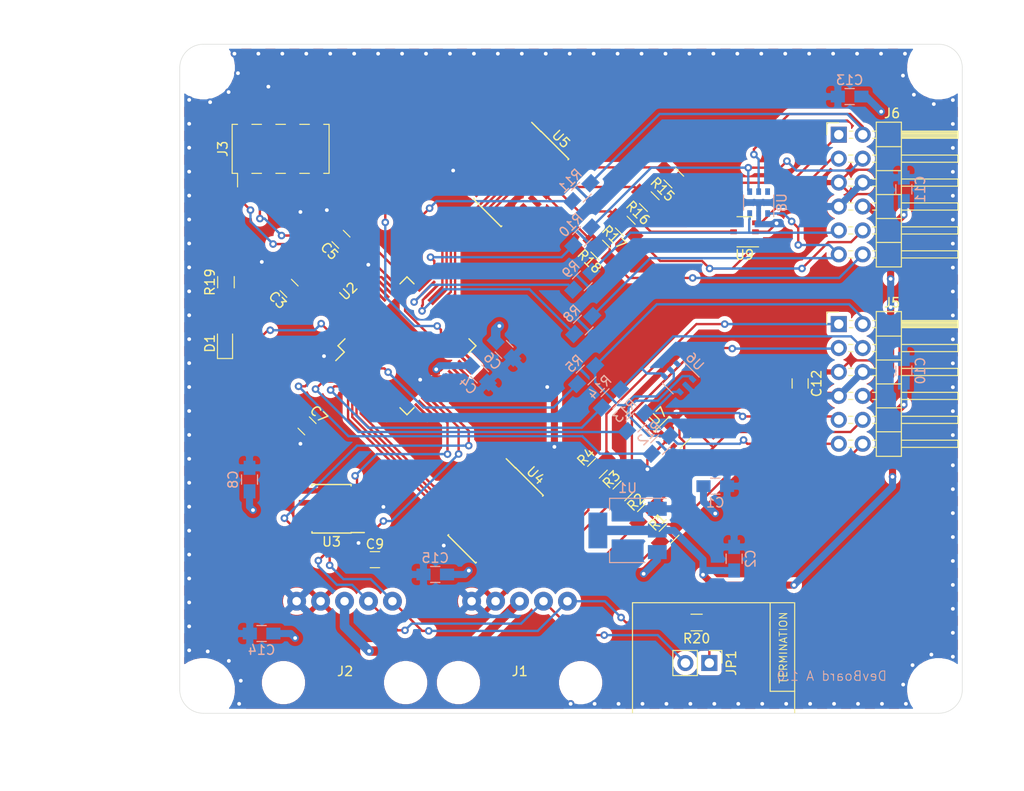
<source format=kicad_pcb>
(kicad_pcb (version 20171130) (host pcbnew "(5.1.9)-1")
  (layers (0 F.Cu signal) (31 B.Cu signal) (34 B.Paste user) (35 F.Paste user) (36 B.SilkS user) (37 F.SilkS user) (38 B.Mask user) (39 F.Mask user) (44 Edge.Cuts user))
  (net 0 "")
  (net 1 GND)
  (net 2 +5V)
  (net 3 +3V3)
  (net 4 "Net-(D1-Pad2)")
  (net 5 STATUS_LED)
  (net 6 CAN-)
  (net 7 CAN+)
  (net 8 PC_RxD)
  (net 9 PC_TxD)
  (net 10 SWD)
  (net 11 SWCLK)
  (net 12 IO_A_OUT4)
  (net 13 IO_A_IN4)
  (net 14 IO_A_OUT3)
  (net 15 IO_A_IN3)
  (net 16 IO_A_IN2)
  (net 17 IO_A_OUT2)
  (net 18 IO_A_IN1)
  (net 19 IO_A_OUT1)
  (net 20 IO_B_OUT1)
  (net 21 IO_B_IN1)
  (net 22 IO_B_OUT2)
  (net 23 IO_B_IN2)
  (net 24 IO_B_IN3)
  (net 25 IO_B_OUT3)
  (net 26 IO_B_IN4)
  (net 27 IO_B_OUT4)
  (net 28 "Net-(R1-Pad1)")
  (net 29 "Net-(R2-Pad1)")
  (net 30 "Net-(R3-Pad1)")
  (net 31 "Net-(R4-Pad1)")
  (net 32 "Net-(R5-Pad1)")
  (net 33 "Net-(R8-Pad2)")
  (net 34 "Net-(R9-Pad2)")
  (net 35 "Net-(R10-Pad2)")
  (net 36 "Net-(R11-Pad2)")
  (net 37 "Net-(R12-Pad2)")
  (net 38 "Net-(R13-Pad2)")
  (net 39 "Net-(R14-Pad2)")
  (net 40 "Net-(R15-Pad2)")
  (net 41 "Net-(R16-Pad2)")
  (net 42 "Net-(R17-Pad2)")
  (net 43 "Net-(R18-Pad2)")
  (net 44 "Net-(U2-Pad44)")
  (net 45 "Net-(U2-Pad43)")
  (net 46 "Net-(U2-Pad42)")
  (net 47 "Net-(U2-Pad41)")
  (net 48 "Net-(U2-Pad40)")
  (net 49 "Net-(U2-Pad39)")
  (net 50 CAN_STANDBY)
  (net 51 "Net-(U2-Pad34)")
  (net 52 "Net-(U2-Pad63)")
  (net 53 "Net-(U2-Pad62)")
  (net 54 "Net-(U2-Pad61)")
  (net 55 "Net-(U2-Pad60)")
  (net 56 "Net-(U2-Pad59)")
  (net 57 "Net-(U2-Pad56)")
  (net 58 "Net-(U2-Pad55)")
  (net 59 "Net-(U2-Pad54)")
  (net 60 "Net-(U2-Pad53)")
  (net 61 "Net-(U2-Pad52)")
  (net 62 "Net-(U2-Pad51)")
  (net 63 "Net-(U2-Pad30)")
  (net 64 "Net-(U2-Pad29)")
  (net 65 "Net-(U2-Pad27)")
  (net 66 "Net-(U2-Pad26)")
  (net 67 "Net-(U2-Pad22)")
  (net 68 CAN_TxD)
  (net 69 CAN_RxD)
  (net 70 "Net-(U2-Pad18)")
  (net 71 "Net-(U2-Pad16)")
  (net 72 "Net-(U2-Pad15)")
  (net 73 "Net-(U2-Pad14)")
  (net 74 "Net-(U2-Pad13)")
  (net 75 "Net-(U2-Pad12)")
  (net 76 "Net-(U2-Pad11)")
  (net 77 "Net-(U2-Pad10)")
  (net 78 "Net-(U2-Pad9)")
  (net 79 "Net-(U2-Pad8)")
  (net 80 "Net-(U2-Pad7)")
  (net 81 "Net-(U2-Pad17)")
  (net 82 "Net-(U2-Pad33)")
  (net 83 "Net-(U4-Pad1)")
  (net 84 "Net-(U4-Pad2)")
  (net 85 "Net-(U4-Pad3)")
  (net 86 "Net-(U4-Pad9)")
  (net 87 "Net-(U4-Pad14)")
  (net 88 "Net-(U4-Pad15)")
  (net 89 "Net-(U4-Pad16)")
  (net 90 "Net-(U5-Pad12)")
  (net 91 "Net-(U5-Pad11)")
  (net 92 "Net-(U5-Pad10)")
  (net 93 "Net-(U5-Pad9)")
  (net 94 "Net-(U5-Pad7)")
  (net 95 "Net-(U5-Pad6)")
  (net 96 "Net-(U5-Pad5)")
  (net 97 "Net-(U8-Pad6)")
  (net 98 "Net-(U9-Pad6)")
  (net 99 "Net-(U6-Pad6)")
  (net 100 "Net-(U2-Pad37)")
  (net 101 "Net-(U2-Pad36)")
  (net 102 "Net-(U2-Pad38)")
  (net 103 "Net-(U2-Pad28)")
  (net 104 +BATT)
  (net 105 "Net-(JP1-Pad1)")
  (module DevBoard:Logo_Wolley_SolderMask_5mm (layer B.Cu) (at 129.95 112 180)
    (fp_text reference G*** hide)
    (fp_text value LOGO hide)
  )
  (module DevBoard:Logo_Wolley_Interconnect_SolderMask (layer B.Cu) (at 143.55 111.95 180)
    (fp_text reference G*** hide)
    (fp_text value LOGO hide)
  )
  (module DevBoard:MountHole_M2.5_2.7mm (layer F.Cu) (at 192.4 104.3)
    (fp_text reference REF** hide)
    (fp_text value MountHole_M2.5_2.7mm)
    (pad "" np_thru_hole circle (at 0 0) (size 2.7 2.7) (drill 2.7) (layers *.Cu *.Mask) (clearance 2))
  )
  (module DevBoard:MountHole_M2.5_2.7mm (layer F.Cu) (at 114.4 104.3)
    (fp_text reference REF** hide)
    (fp_text value MountHole_M2.5_2.7mm)
    (pad "" np_thru_hole circle (at 0 0) (size 2.7 2.7) (drill 2.7) (layers *.Cu *.Mask) (clearance 2))
  )
  (module DevBoard:MountHole_M2.5_2.7mm (layer F.Cu) (at 114.4 170.3)
    (fp_text reference REF** hide)
    (fp_text value MountHole_M2.5_2.7mm)
    (pad "" np_thru_hole circle (at 0 0) (size 2.7 2.7) (drill 2.7) (layers *.Cu *.Mask) (clearance 2))
  )
  (module DevBoard:MountHole_M2.5_2.7mm (layer F.Cu) (at 192.4 170.3)
    (fp_text reference REF** hide)
    (fp_text value MountHole_M2.5_2.7mm)
    (pad "" np_thru_hole circle (at 0 0) (size 2.7 2.7) (drill 2.7) (layers *.Cu *.Mask) (clearance 2))
  )
  (module Housings_SSOP:TSOP-6_1.65x3.05mm_Pitch0.95mm (layer B.Cu) (at 173.3 118.6 90)
    (fp_text reference U8 (at 0 2.45 90) (layer B.SilkS) (effects (justify mirror)))
    (fp_text value ESD5V5U5ULC)
    (pad 6 smd rect (at 1.16 0.95 90) (size 0.7 0.51) (layers B.Cu B.Paste B.Mask) (net 97 "Net-(U8-Pad6)"))
    (pad 5 smd rect (at 1.16 0 90) (size 0.7 0.51) (layers B.Cu B.Paste B.Mask) (net 26 IO_B_IN4))
    (pad 4 smd rect (at 1.16 -0.95 90) (size 0.7 0.51) (layers B.Cu B.Paste B.Mask) (net 24 IO_B_IN3))
    (pad 3 smd rect (at -1.16 -0.95 90) (size 0.7 0.51) (layers B.Cu B.Paste B.Mask) (net 23 IO_B_IN2))
    (pad 2 smd rect (at -1.16 0 90) (size 0.7 0.51) (layers B.Cu B.Paste B.Mask) (net 1 GND))
    (pad 1 smd rect (at -1.16 0.95 90) (size 0.7 0.51) (layers B.Cu B.Paste B.Mask) (net 21 IO_B_IN1))
  )
  (module Housings_SSOP:TSOP-6_1.65x3.05mm_Pitch0.95mm (layer F.Cu) (at 171.8 121.7 180)
    (fp_text reference U9 (at 0 -2.45) (layer F.SilkS))
    (fp_text value ESD5V5U5ULC)
    (pad 1 smd rect (at -1.16 -0.95 180) (size 0.7 0.51) (layers F.Cu F.Paste F.Mask) (net 25 IO_B_OUT3))
    (pad 2 smd rect (at -1.16 0 180) (size 0.7 0.51) (layers F.Cu F.Paste F.Mask) (net 1 GND))
    (pad 3 smd rect (at -1.16 0.95 180) (size 0.7 0.51) (layers F.Cu F.Paste F.Mask) (net 22 IO_B_OUT2))
    (pad 4 smd rect (at 1.16 0.95 180) (size 0.7 0.51) (layers F.Cu F.Paste F.Mask) (net 20 IO_B_OUT1))
    (pad 5 smd rect (at 1.16 0 180) (size 0.7 0.51) (layers F.Cu F.Paste F.Mask) (net 27 IO_B_OUT4))
    (pad 6 smd rect (at 1.16 -0.95 180) (size 0.7 0.51) (layers F.Cu F.Paste F.Mask) (net 98 "Net-(U9-Pad6)"))
  )
  (module Capacitors_SMD:C_0805_HandSoldering (layer B.Cu) (at 168.7 148.7)
    (fp_text reference C1 (at 0 1.75) (layer B.SilkS) (effects (justify mirror)))
    (fp_text value 1uF)
    (pad 2 smd rect (at 1.25 0) (size 1.5 1.25) (layers B.Cu B.Paste B.Mask) (net 1 GND))
    (pad 1 smd rect (at -1.25 0) (size 1.5 1.25) (layers B.Cu B.Paste B.Mask) (net 2 +5V))
  )
  (module Capacitors_SMD:C_0805_HandSoldering (layer B.Cu) (at 170.7 156.4 90)
    (fp_text reference C2 (at 0 1.75 90) (layer B.SilkS) (effects (justify mirror)))
    (fp_text value 1uF)
    (pad 1 smd rect (at -1.25 0 90) (size 1.5 1.25) (layers B.Cu B.Paste B.Mask) (net 3 +3V3))
    (pad 2 smd rect (at 1.25 0 90) (size 1.5 1.25) (layers B.Cu B.Paste B.Mask) (net 1 GND))
  )
  (module Capacitors_SMD:C_0805_HandSoldering (layer F.Cu) (at 123.5 127.7 135)
    (fp_text reference C3 (at 0 -1.75 135) (layer F.SilkS))
    (fp_text value 220nF)
    (pad 2 smd rect (at 1.25 0 135) (size 1.5 1.25) (layers F.Cu F.Paste F.Mask) (net 1 GND))
    (pad 1 smd rect (at -1.25 0 135) (size 1.5 1.25) (layers F.Cu F.Paste F.Mask) (net 2 +5V))
  )
  (module Capacitors_SMD:C_0805_HandSoldering (layer B.Cu) (at 143.7 136.8 315)
    (fp_text reference C4 (at 0 1.75 315) (layer B.SilkS) (effects (justify mirror)))
    (fp_text value 100nF)
    (pad 2 smd rect (at 1.25 0 315) (size 1.5 1.25) (layers B.Cu B.Paste B.Mask) (net 1 GND))
    (pad 1 smd rect (at -1.25 0 315) (size 1.5 1.25) (layers B.Cu B.Paste B.Mask) (net 2 +5V))
  )
  (module Capacitors_SMD:C_0805_HandSoldering (layer F.Cu) (at 129 122.5 135)
    (fp_text reference C5 (at 0 -1.75 135) (layer F.SilkS))
    (fp_text value 100nF)
    (pad 1 smd rect (at -1.25 0 135) (size 1.5 1.25) (layers F.Cu F.Paste F.Mask) (net 2 +5V))
    (pad 2 smd rect (at 1.25 0 135) (size 1.5 1.25) (layers F.Cu F.Paste F.Mask) (net 1 GND))
  )
  (module Capacitors_SMD:C_0805_HandSoldering (layer B.Cu) (at 146.3 134.2 315)
    (fp_text reference C6 (at 0 1.75 315) (layer B.SilkS) (effects (justify mirror)))
    (fp_text value 100nF)
    (pad 2 smd rect (at 1.25 0 315) (size 1.5 1.25) (layers B.Cu B.Paste B.Mask) (net 1 GND))
    (pad 1 smd rect (at -1.25 0 315) (size 1.5 1.25) (layers B.Cu B.Paste B.Mask) (net 2 +5V))
  )
  (module Capacitors_SMD:C_0805_HandSoldering (layer F.Cu) (at 125.4 142.3 315)
    (fp_text reference C7 (at 0 -1.75 135) (layer F.SilkS))
    (fp_text value 100nF)
    (pad 1 smd rect (at -1.25 0 315) (size 1.5 1.25) (layers F.Cu F.Paste F.Mask) (net 2 +5V))
    (pad 2 smd rect (at 1.25 0 315) (size 1.5 1.25) (layers F.Cu F.Paste F.Mask) (net 1 GND))
  )
  (module Capacitors_SMD:C_0805_HandSoldering (layer B.Cu) (at 119.3 148 270)
    (fp_text reference C8 (at 0 1.75 270) (layer B.SilkS) (effects (justify mirror)))
    (fp_text value 100nF)
    (pad 1 smd rect (at -1.25 0 270) (size 1.5 1.25) (layers B.Cu B.Paste B.Mask) (net 1 GND))
    (pad 2 smd rect (at 1.25 0 270) (size 1.5 1.25) (layers B.Cu B.Paste B.Mask) (net 2 +5V))
  )
  (module Capacitors_SMD:C_0805_HandSoldering (layer F.Cu) (at 132.6 156.5 180)
    (fp_text reference C9 (at 0 1.65) (layer F.SilkS))
    (fp_text value 100nF)
    (pad 1 smd rect (at -1.25 0 180) (size 1.5 1.25) (layers F.Cu F.Paste F.Mask) (net 2 +5V))
    (pad 2 smd rect (at 1.25 0 180) (size 1.5 1.25) (layers F.Cu F.Paste F.Mask) (net 1 GND))
  )
  (module Capacitors_SMD:C_0805_HandSoldering (layer B.Cu) (at 188.7 136.45 90)
    (fp_text reference C10 (at 0 1.75 270) (layer B.SilkS) (effects (justify mirror)))
    (fp_text value 1uF)
    (pad 2 smd rect (at 1.25 0 90) (size 1.5 1.25) (layers B.Cu B.Paste B.Mask) (net 1 GND))
    (pad 1 smd rect (at -1.25 0 90) (size 1.5 1.25) (layers B.Cu B.Paste B.Mask) (net 3 +3V3))
  )
  (module Capacitors_SMD:C_0805_HandSoldering (layer B.Cu) (at 188.7 117.2 90)
    (fp_text reference C11 (at 0 1.75 270) (layer B.SilkS) (effects (justify mirror)))
    (fp_text value 1uF)
    (pad 2 smd rect (at 1.25 0 90) (size 1.5 1.25) (layers B.Cu B.Paste B.Mask) (net 1 GND))
    (pad 1 smd rect (at -1.25 0 90) (size 1.5 1.25) (layers B.Cu B.Paste B.Mask) (net 3 +3V3))
  )
  (module Capacitors_SMD:C_0805_HandSoldering (layer F.Cu) (at 177.7 137.8 270)
    (fp_text reference C12 (at 0 -1.75 90) (layer F.SilkS))
    (fp_text value 1uF)
    (pad 2 smd rect (at 1.25 0 270) (size 1.5 1.25) (layers F.Cu F.Paste F.Mask) (net 1 GND))
    (pad 1 smd rect (at -1.25 0 270) (size 1.5 1.25) (layers F.Cu F.Paste F.Mask) (net 2 +5V))
  )
  (module Capacitors_SMD:C_0805_HandSoldering (layer B.Cu) (at 182.95 107.35 180)
    (fp_text reference C13 (at 0 1.75 180) (layer B.SilkS) (effects (justify mirror)))
    (fp_text value 1uF)
    (pad 1 smd rect (at -1.25 0 180) (size 1.5 1.25) (layers B.Cu B.Paste B.Mask) (net 2 +5V))
    (pad 2 smd rect (at 1.25 0 180) (size 1.5 1.25) (layers B.Cu B.Paste B.Mask) (net 1 GND))
  )
  (module Capacitors_SMD:C_0805_HandSoldering (layer B.Cu) (at 120.58 164.34)
    (fp_text reference C14 (at 0 1.75 180) (layer B.SilkS) (effects (justify mirror)))
    (fp_text value 1uF)
    (pad 2 smd rect (at 1.25 0) (size 1.5 1.25) (layers B.Cu B.Paste B.Mask) (net 2 +5V))
    (pad 1 smd rect (at -1.25 0) (size 1.5 1.25) (layers B.Cu B.Paste B.Mask) (net 1 GND))
  )
  (module Capacitors_SMD:C_0805_HandSoldering (layer B.Cu) (at 139 158.07 180)
    (fp_text reference C15 (at 0 1.75 180) (layer B.SilkS) (effects (justify mirror)))
    (fp_text value 1uF)
    (pad 1 smd rect (at -1.25 0 180) (size 1.5 1.25) (layers B.Cu B.Paste B.Mask) (net 2 +5V))
    (pad 2 smd rect (at 1.25 0 180) (size 1.5 1.25) (layers B.Cu B.Paste B.Mask) (net 1 GND))
  )
  (module Diodes_SMD:D_0805 (layer F.Cu) (at 116.7 133.55 90)
    (fp_text reference D1 (at 0 -1.6 90) (layer F.SilkS))
    (fp_text value LED)
    (pad 2 smd rect (at 1.05 0 90) (size 0.8 0.9) (layers F.Cu F.Paste F.Mask) (net 4 "Net-(D1-Pad2)"))
    (pad 1 smd rect (at -1.05 0 90) (size 0.8 0.9) (layers F.Cu F.Paste F.Mask) (net 5 STATUS_LED))
  )
  (module DevBoard:Pin_Header_Straight_2x04_Pitch2.54mm_SMD (layer F.Cu) (at 122.6 112.9 90)
    (fp_text reference J3 (at 0 -6.14 -90) (layer F.SilkS))
    (fp_text value Debug)
    (pad 8 smd rect (at 3.025 3.81 90) (size 3.65 1) (layers F.Cu F.Paste F.Mask) (net 8 PC_RxD))
    (pad 7 smd rect (at -3.025 3.81 90) (size 3.65 1) (layers F.Cu F.Paste F.Mask) (net 9 PC_TxD))
    (pad 6 smd rect (at 3.025 1.27 90) (size 3.65 1) (layers F.Cu F.Paste F.Mask) (net 2 +5V))
    (pad 5 smd rect (at -3.025 1.27 90) (size 3.65 1) (layers F.Cu F.Paste F.Mask) (net 1 GND))
    (pad 4 smd rect (at 3.025 -1.27 90) (size 3.65 1) (layers F.Cu F.Paste F.Mask) (net 1 GND))
    (pad 3 smd rect (at -3.025 -1.27 90) (size 3.65 1) (layers F.Cu F.Paste F.Mask) (net 2 +5V))
    (pad 2 smd rect (at 3.025 -3.81 90) (size 3.65 1) (layers F.Cu F.Paste F.Mask) (net 10 SWD))
    (pad 1 smd rect (at -3.025 -3.81 90) (size 3.65 1) (layers F.Cu F.Paste F.Mask) (net 11 SWCLK))
  )
  (module Pin_Headers:Pin_Header_Angled_2x06_Pitch2.54mm (layer F.Cu) (at 181.8 131.5)
    (fp_text reference J5 (at 5.655 -2.27) (layer F.SilkS))
    (fp_text value "I/O A")
    (pad 12 thru_hole oval (at 2.54 12.7) (size 1.7 1.7) (drill 1) (layers *.Cu *.Mask) (net 12 IO_A_OUT4))
    (pad 11 thru_hole oval (at 0 12.7) (size 1.7 1.7) (drill 1) (layers *.Cu *.Mask) (net 18 IO_A_IN1))
    (pad 10 thru_hole oval (at 2.54 10.16) (size 1.7 1.7) (drill 1) (layers *.Cu *.Mask) (net 14 IO_A_OUT3))
    (pad 9 thru_hole oval (at 0 10.16) (size 1.7 1.7) (drill 1) (layers *.Cu *.Mask) (net 16 IO_A_IN2))
    (pad 8 thru_hole oval (at 2.54 7.62) (size 1.7 1.7) (drill 1) (layers *.Cu *.Mask) (net 3 +3V3))
    (pad 7 thru_hole oval (at 0 7.62) (size 1.7 1.7) (drill 1) (layers *.Cu *.Mask) (net 1 GND))
    (pad 6 thru_hole oval (at 2.54 5.08) (size 1.7 1.7) (drill 1) (layers *.Cu *.Mask) (net 1 GND))
    (pad 5 thru_hole oval (at 0 5.08) (size 1.7 1.7) (drill 1) (layers *.Cu *.Mask) (net 2 +5V))
    (pad 4 thru_hole oval (at 2.54 2.54) (size 1.7 1.7) (drill 1) (layers *.Cu *.Mask) (net 15 IO_A_IN3))
    (pad 3 thru_hole oval (at 0 2.54) (size 1.7 1.7) (drill 1) (layers *.Cu *.Mask) (net 17 IO_A_OUT2))
    (pad 2 thru_hole oval (at 2.54 0) (size 1.7 1.7) (drill 1) (layers *.Cu *.Mask) (net 13 IO_A_IN4))
    (pad 1 thru_hole rect (at 0 0) (size 1.7 1.7) (drill 1) (layers *.Cu *.Mask) (net 19 IO_A_OUT1))
  )
  (module Pin_Headers:Pin_Header_Angled_2x06_Pitch2.54mm (layer F.Cu) (at 181.8 111.4)
    (fp_text reference J6 (at 5.655 -2.27) (layer F.SilkS))
    (fp_text value "I/O B")
    (pad 1 thru_hole rect (at 0 0) (size 1.7 1.7) (drill 1) (layers *.Cu *.Mask) (net 20 IO_B_OUT1))
    (pad 2 thru_hole oval (at 2.54 0) (size 1.7 1.7) (drill 1) (layers *.Cu *.Mask) (net 26 IO_B_IN4))
    (pad 3 thru_hole oval (at 0 2.54) (size 1.7 1.7) (drill 1) (layers *.Cu *.Mask) (net 22 IO_B_OUT2))
    (pad 4 thru_hole oval (at 2.54 2.54) (size 1.7 1.7) (drill 1) (layers *.Cu *.Mask) (net 24 IO_B_IN3))
    (pad 5 thru_hole oval (at 0 5.08) (size 1.7 1.7) (drill 1) (layers *.Cu *.Mask) (net 2 +5V))
    (pad 6 thru_hole oval (at 2.54 5.08) (size 1.7 1.7) (drill 1) (layers *.Cu *.Mask) (net 1 GND))
    (pad 7 thru_hole oval (at 0 7.62) (size 1.7 1.7) (drill 1) (layers *.Cu *.Mask) (net 1 GND))
    (pad 8 thru_hole oval (at 2.54 7.62) (size 1.7 1.7) (drill 1) (layers *.Cu *.Mask) (net 3 +3V3))
    (pad 9 thru_hole oval (at 0 10.16) (size 1.7 1.7) (drill 1) (layers *.Cu *.Mask) (net 23 IO_B_IN2))
    (pad 10 thru_hole oval (at 2.54 10.16) (size 1.7 1.7) (drill 1) (layers *.Cu *.Mask) (net 25 IO_B_OUT3))
    (pad 11 thru_hole oval (at 0 12.7) (size 1.7 1.7) (drill 1) (layers *.Cu *.Mask) (net 21 IO_B_IN1))
    (pad 12 thru_hole oval (at 2.54 12.7) (size 1.7 1.7) (drill 1) (layers *.Cu *.Mask) (net 27 IO_B_OUT4))
  )
  (module Resistors_SMD:R_0805_HandSoldering (layer F.Cu) (at 163.8 153.7 45)
    (fp_text reference R1 (at 0 -1.7 45) (layer F.SilkS))
    (fp_text value R)
    (pad 2 smd rect (at 1.35 0 45) (size 1.5 1.3) (layers F.Cu F.Paste F.Mask) (net 12 IO_A_OUT4))
    (pad 1 smd rect (at -1.35 0 45) (size 1.5 1.3) (layers F.Cu F.Paste F.Mask) (net 28 "Net-(R1-Pad1)"))
  )
  (module Resistors_SMD:R_0805_HandSoldering (layer F.Cu) (at 161.5 151.6 45)
    (fp_text reference R2 (at 0 -1.7 45) (layer F.SilkS))
    (fp_text value R)
    (pad 2 smd rect (at 1.35 0 45) (size 1.5 1.3) (layers F.Cu F.Paste F.Mask) (net 14 IO_A_OUT3))
    (pad 1 smd rect (at -1.35 0 45) (size 1.5 1.3) (layers F.Cu F.Paste F.Mask) (net 29 "Net-(R2-Pad1)"))
  )
  (module Resistors_SMD:R_0805_HandSoldering (layer F.Cu) (at 158.9 149.2 45)
    (fp_text reference R3 (at 0 -1.7 45) (layer F.SilkS))
    (fp_text value R)
    (pad 1 smd rect (at -1.35 0 45) (size 1.5 1.3) (layers F.Cu F.Paste F.Mask) (net 30 "Net-(R3-Pad1)"))
    (pad 2 smd rect (at 1.35 0 45) (size 1.5 1.3) (layers F.Cu F.Paste F.Mask) (net 17 IO_A_OUT2))
  )
  (module Resistors_SMD:R_0805_HandSoldering (layer F.Cu) (at 156.2 146.8 45)
    (fp_text reference R4 (at 0 -1.7 45) (layer F.SilkS))
    (fp_text value R)
    (pad 2 smd rect (at 1.35 0 45) (size 1.5 1.3) (layers F.Cu F.Paste F.Mask) (net 19 IO_A_OUT1))
    (pad 1 smd rect (at -1.35 0 45) (size 1.5 1.3) (layers F.Cu F.Paste F.Mask) (net 31 "Net-(R4-Pad1)"))
  )
  (module Resistors_SMD:R_0805_HandSoldering (layer B.Cu) (at 155 136.9 45)
    (fp_text reference R5 (at -0.035355 -1.732412 45) (layer B.SilkS) (effects (justify mirror)))
    (fp_text value R)
    (pad 1 smd rect (at -1.35 0 45) (size 1.5 1.3) (layers B.Cu B.Paste B.Mask) (net 32 "Net-(R5-Pad1)"))
    (pad 2 smd rect (at 1.35 0 45) (size 1.5 1.3) (layers B.Cu B.Paste B.Mask) (net 13 IO_A_IN4))
  )
  (module Resistors_SMD:R_0805_HandSoldering (layer B.Cu) (at 154.7 131.6 225)
    (fp_text reference R8 (at 0 1.7 45) (layer B.SilkS) (effects (justify mirror)))
    (fp_text value R)
    (pad 1 smd rect (at -1.35 0 225) (size 1.5 1.3) (layers B.Cu B.Paste B.Mask) (net 21 IO_B_IN1))
    (pad 2 smd rect (at 1.35 0 225) (size 1.5 1.3) (layers B.Cu B.Paste B.Mask) (net 33 "Net-(R8-Pad2)"))
  )
  (module Resistors_SMD:R_0805_HandSoldering (layer B.Cu) (at 154.6 126.9 225)
    (fp_text reference R9 (at 0 1.7 45) (layer B.SilkS) (effects (justify mirror)))
    (fp_text value R)
    (pad 2 smd rect (at 1.35 0 225) (size 1.5 1.3) (layers B.Cu B.Paste B.Mask) (net 34 "Net-(R9-Pad2)"))
    (pad 1 smd rect (at -1.35 0 225) (size 1.5 1.3) (layers B.Cu B.Paste B.Mask) (net 23 IO_B_IN2))
  )
  (module Resistors_SMD:R_0805_HandSoldering (layer B.Cu) (at 154.6 122.2 225)
    (fp_text reference R10 (at 0 1.7 45) (layer B.SilkS) (effects (justify mirror)))
    (fp_text value R)
    (pad 1 smd rect (at -1.35 0 225) (size 1.5 1.3) (layers B.Cu B.Paste B.Mask) (net 24 IO_B_IN3))
    (pad 2 smd rect (at 1.35 0 225) (size 1.5 1.3) (layers B.Cu B.Paste B.Mask) (net 35 "Net-(R10-Pad2)"))
  )
  (module Resistors_SMD:R_0805_HandSoldering (layer B.Cu) (at 154.5 117.5 225)
    (fp_text reference R11 (at 0 1.7 45) (layer B.SilkS) (effects (justify mirror)))
    (fp_text value R)
    (pad 2 smd rect (at 1.35 0 225) (size 1.5 1.3) (layers B.Cu B.Paste B.Mask) (net 36 "Net-(R11-Pad2)"))
    (pad 1 smd rect (at -1.35 0 225) (size 1.5 1.3) (layers B.Cu B.Paste B.Mask) (net 26 IO_B_IN4))
  )
  (module Resistors_SMD:R_0805_HandSoldering (layer B.Cu) (at 162.9 144.3 225)
    (fp_text reference R12 (at 0 1.7 45) (layer B.SilkS) (effects (justify mirror)))
    (fp_text value R)
    (pad 1 smd rect (at -1.35 0 225) (size 1.5 1.3) (layers B.Cu B.Paste B.Mask) (net 18 IO_A_IN1))
    (pad 2 smd rect (at 1.35 0 225) (size 1.5 1.3) (layers B.Cu B.Paste B.Mask) (net 37 "Net-(R12-Pad2)"))
  )
  (module Resistors_SMD:R_0805_HandSoldering (layer B.Cu) (at 160.3 141.9 225)
    (fp_text reference R13 (at 0 1.7 45) (layer B.SilkS) (effects (justify mirror)))
    (fp_text value R)
    (pad 2 smd rect (at 1.35 0 225) (size 1.5 1.3) (layers B.Cu B.Paste B.Mask) (net 38 "Net-(R13-Pad2)"))
    (pad 1 smd rect (at -1.35 0 225) (size 1.5 1.3) (layers B.Cu B.Paste B.Mask) (net 16 IO_A_IN2))
  )
  (module Resistors_SMD:R_0805_HandSoldering (layer B.Cu) (at 157.633333 139.4 225)
    (fp_text reference R14 (at 0 1.7 45) (layer B.SilkS) (effects (justify mirror)))
    (fp_text value R)
    (pad 1 smd rect (at -1.35 0 225) (size 1.5 1.3) (layers B.Cu B.Paste B.Mask) (net 15 IO_A_IN3))
    (pad 2 smd rect (at 1.35 0 225) (size 1.5 1.3) (layers B.Cu B.Paste B.Mask) (net 39 "Net-(R14-Pad2)"))
  )
  (module Resistors_SMD:R_0805_HandSoldering (layer F.Cu) (at 164.3 116 135)
    (fp_text reference R15 (at 0 -1.7 135) (layer F.SilkS))
    (fp_text value R)
    (pad 2 smd rect (at 1.35 0 135) (size 1.5 1.3) (layers F.Cu F.Paste F.Mask) (net 40 "Net-(R15-Pad2)"))
    (pad 1 smd rect (at -1.35 0 135) (size 1.5 1.3) (layers F.Cu F.Paste F.Mask) (net 20 IO_B_OUT1))
  )
  (module Resistors_SMD:R_0805_HandSoldering (layer F.Cu) (at 161.7 118.5 135)
    (fp_text reference R16 (at 0 -1.7 135) (layer F.SilkS))
    (fp_text value R)
    (pad 1 smd rect (at -1.35 0 135) (size 1.5 1.3) (layers F.Cu F.Paste F.Mask) (net 22 IO_B_OUT2))
    (pad 2 smd rect (at 1.35 0 135) (size 1.5 1.3) (layers F.Cu F.Paste F.Mask) (net 41 "Net-(R16-Pad2)"))
  )
  (module Resistors_SMD:R_0805_HandSoldering (layer F.Cu) (at 159.154594 121.1 135)
    (fp_text reference R17 (at 0 -1.7 135) (layer F.SilkS))
    (fp_text value R)
    (pad 2 smd rect (at 1.35 0 135) (size 1.5 1.3) (layers F.Cu F.Paste F.Mask) (net 42 "Net-(R17-Pad2)"))
    (pad 1 smd rect (at -1.35 0 135) (size 1.5 1.3) (layers F.Cu F.Paste F.Mask) (net 25 IO_B_OUT3))
  )
  (module Resistors_SMD:R_0805_HandSoldering (layer F.Cu) (at 156.554594 123.645406 135)
    (fp_text reference R18 (at 0 -1.7 135) (layer F.SilkS))
    (fp_text value R)
    (pad 1 smd rect (at -1.35 0 135) (size 1.5 1.3) (layers F.Cu F.Paste F.Mask) (net 27 IO_B_OUT4))
    (pad 2 smd rect (at 1.35 0 135) (size 1.5 1.3) (layers F.Cu F.Paste F.Mask) (net 43 "Net-(R18-Pad2)"))
  )
  (module Resistors_SMD:R_0805_HandSoldering (layer F.Cu) (at 116.8 127.05 90)
    (fp_text reference R19 (at 0 -1.7 90) (layer F.SilkS))
    (fp_text value R)
    (pad 1 smd rect (at -1.35 0 90) (size 1.5 1.3) (layers F.Cu F.Paste F.Mask) (net 4 "Net-(D1-Pad2)"))
    (pad 2 smd rect (at 1.35 0 90) (size 1.5 1.3) (layers F.Cu F.Paste F.Mask) (net 2 +5V))
  )
  (module TO_SOT_Packages_SMD:SOT-223-3_TabPin2 (layer B.Cu) (at 159.4 153.4 180)
    (fp_text reference U1 (at 0 4.5) (layer B.SilkS) (effects (justify mirror)))
    (fp_text value TLV1117-33)
    (pad 1 smd rect (at -3.15 2.3 180) (size 2 1.5) (layers B.Cu B.Paste B.Mask) (net 1 GND))
    (pad 3 smd rect (at -3.15 -2.3 180) (size 2 1.5) (layers B.Cu B.Paste B.Mask) (net 2 +5V))
    (pad 2 smd rect (at -3.15 0 180) (size 2 1.5) (layers B.Cu B.Paste B.Mask) (net 3 +3V3))
    (pad 2 smd rect (at 3.15 0 180) (size 2 3.8) (layers B.Cu B.Paste B.Mask) (net 3 +3V3))
  )
  (module DevBoard:TQFP-64_10x10mm_Pitch0.5mm_Handsoldering (layer F.Cu) (at 136 133.8 45)
    (fp_text reference U2 (at -0.298399 -8.47821 45) (layer F.SilkS))
    (fp_text value XMC1404_F064)
    (pad 48 smd rect (at 5.95 -3.75 45) (size 2 0.3) (layers F.Cu F.Paste F.Mask) (net 36 "Net-(R11-Pad2)"))
    (pad 47 smd rect (at 5.95 -3.25 45) (size 2 0.3) (layers F.Cu F.Paste F.Mask) (net 35 "Net-(R10-Pad2)"))
    (pad 46 smd rect (at 5.95 -2.75 45) (size 2 0.3) (layers F.Cu F.Paste F.Mask) (net 34 "Net-(R9-Pad2)"))
    (pad 45 smd rect (at 5.95 -2.25 45) (size 2 0.3) (layers F.Cu F.Paste F.Mask) (net 33 "Net-(R8-Pad2)"))
    (pad 44 smd rect (at 5.95 -1.75 45) (size 2 0.3) (layers F.Cu F.Paste F.Mask) (net 44 "Net-(U2-Pad44)"))
    (pad 43 smd rect (at 5.95 -1.25 45) (size 2 0.3) (layers F.Cu F.Paste F.Mask) (net 45 "Net-(U2-Pad43)"))
    (pad 42 smd rect (at 5.95 -0.75 45) (size 2 0.3) (layers F.Cu F.Paste F.Mask) (net 46 "Net-(U2-Pad42)"))
    (pad 41 smd rect (at 5.95 -0.25 45) (size 2 0.3) (layers F.Cu F.Paste F.Mask) (net 47 "Net-(U2-Pad41)"))
    (pad 40 smd rect (at 5.95 0.25 45) (size 2 0.3) (layers F.Cu F.Paste F.Mask) (net 48 "Net-(U2-Pad40)"))
    (pad 39 smd rect (at 5.95 0.75 45) (size 2 0.3) (layers F.Cu F.Paste F.Mask) (net 49 "Net-(U2-Pad39)"))
    (pad 38 smd rect (at 5.95 1.25 45) (size 2 0.3) (layers F.Cu F.Paste F.Mask) (net 102 "Net-(U2-Pad38)"))
    (pad 37 smd rect (at 5.95 1.75 45) (size 2 0.3) (layers F.Cu F.Paste F.Mask) (net 100 "Net-(U2-Pad37)"))
    (pad 36 smd rect (at 5.95 2.25 45) (size 2 0.3) (layers F.Cu F.Paste F.Mask) (net 101 "Net-(U2-Pad36)"))
    (pad 35 smd rect (at 5.95 2.75 45) (size 2 0.3) (layers F.Cu F.Paste F.Mask) (net 2 +5V))
    (pad 34 smd rect (at 5.95 3.25 45) (size 2 0.3) (layers F.Cu F.Paste F.Mask) (net 51 "Net-(U2-Pad34)"))
    (pad 64 smd rect (at -3.75 -5.95 135) (size 2 0.3) (layers F.Cu F.Paste F.Mask) (net 5 STATUS_LED))
    (pad 63 smd rect (at -3.25 -5.95 135) (size 2 0.3) (layers F.Cu F.Paste F.Mask) (net 52 "Net-(U2-Pad63)"))
    (pad 62 smd rect (at -2.75 -5.95 135) (size 2 0.3) (layers F.Cu F.Paste F.Mask) (net 53 "Net-(U2-Pad62)"))
    (pad 61 smd rect (at -2.25 -5.95 135) (size 2 0.3) (layers F.Cu F.Paste F.Mask) (net 54 "Net-(U2-Pad61)"))
    (pad 60 smd rect (at -1.75 -5.95 135) (size 2 0.3) (layers F.Cu F.Paste F.Mask) (net 55 "Net-(U2-Pad60)"))
    (pad 59 smd rect (at -1.25 -5.95 135) (size 2 0.3) (layers F.Cu F.Paste F.Mask) (net 56 "Net-(U2-Pad59)"))
    (pad 58 smd rect (at -0.75 -5.95 135) (size 2 0.3) (layers F.Cu F.Paste F.Mask) (net 11 SWCLK))
    (pad 57 smd rect (at -0.25 -5.95 135) (size 2 0.3) (layers F.Cu F.Paste F.Mask) (net 10 SWD))
    (pad 56 smd rect (at 0.25 -5.95 135) (size 2 0.3) (layers F.Cu F.Paste F.Mask) (net 57 "Net-(U2-Pad56)"))
    (pad 55 smd rect (at 0.75 -5.95 135) (size 2 0.3) (layers F.Cu F.Paste F.Mask) (net 58 "Net-(U2-Pad55)"))
    (pad 54 smd rect (at 1.25 -5.95 135) (size 2 0.3) (layers F.Cu F.Paste F.Mask) (net 59 "Net-(U2-Pad54)"))
    (pad 53 smd rect (at 1.75 -5.95 135) (size 2 0.3) (layers F.Cu F.Paste F.Mask) (net 60 "Net-(U2-Pad53)"))
    (pad 52 smd rect (at 2.25 -5.95 135) (size 2 0.3) (layers F.Cu F.Paste F.Mask) (net 61 "Net-(U2-Pad52)"))
    (pad 51 smd rect (at 2.75 -5.95 135) (size 2 0.3) (layers F.Cu F.Paste F.Mask) (net 62 "Net-(U2-Pad51)"))
    (pad 50 smd rect (at 3.25 -5.95 135) (size 2 0.3) (layers F.Cu F.Paste F.Mask) (net 2 +5V))
    (pad 32 smd rect (at 3.75 5.95 135) (size 2 0.3) (layers F.Cu F.Paste F.Mask) (net 8 PC_RxD))
    (pad 31 smd rect (at 3.25 5.95 135) (size 2 0.3) (layers F.Cu F.Paste F.Mask) (net 9 PC_TxD))
    (pad 30 smd rect (at 2.75 5.95 135) (size 2 0.3) (layers F.Cu F.Paste F.Mask) (net 63 "Net-(U2-Pad30)"))
    (pad 29 smd rect (at 2.25 5.95 135) (size 2 0.3) (layers F.Cu F.Paste F.Mask) (net 64 "Net-(U2-Pad29)"))
    (pad 28 smd rect (at 1.75 5.95 135) (size 2 0.3) (layers F.Cu F.Paste F.Mask) (net 103 "Net-(U2-Pad28)"))
    (pad 27 smd rect (at 1.25 5.95 135) (size 2 0.3) (layers F.Cu F.Paste F.Mask) (net 65 "Net-(U2-Pad27)"))
    (pad 26 smd rect (at 0.75 5.95 135) (size 2 0.3) (layers F.Cu F.Paste F.Mask) (net 66 "Net-(U2-Pad26)"))
    (pad 25 smd rect (at 0.25 5.95 135) (size 2 0.3) (layers F.Cu F.Paste F.Mask) (net 2 +5V))
    (pad 24 smd rect (at -0.25 5.95 135) (size 2 0.3) (layers F.Cu F.Paste F.Mask) (net 2 +5V))
    (pad 23 smd rect (at -0.75 5.95 135) (size 2 0.3) (layers F.Cu F.Paste F.Mask) (net 1 GND))
    (pad 22 smd rect (at -1.25 5.95 135) (size 2 0.3) (layers F.Cu F.Paste F.Mask) (net 67 "Net-(U2-Pad22)"))
    (pad 21 smd rect (at -1.75 5.95 135) (size 2 0.3) (layers F.Cu F.Paste F.Mask) (net 50 CAN_STANDBY))
    (pad 20 smd rect (at -2.25 5.95 135) (size 2 0.3) (layers F.Cu F.Paste F.Mask) (net 68 CAN_TxD))
    (pad 19 smd rect (at -2.75 5.95 135) (size 2 0.3) (layers F.Cu F.Paste F.Mask) (net 69 CAN_RxD))
    (pad 18 smd rect (at -3.25 5.95 135) (size 2 0.3) (layers F.Cu F.Paste F.Mask) (net 70 "Net-(U2-Pad18)"))
    (pad 16 smd rect (at -5.95 3.75 45) (size 2 0.3) (layers F.Cu F.Paste F.Mask) (net 71 "Net-(U2-Pad16)"))
    (pad 15 smd rect (at -5.95 3.25 45) (size 2 0.3) (layers F.Cu F.Paste F.Mask) (net 72 "Net-(U2-Pad15)"))
    (pad 14 smd rect (at -5.95 2.75 45) (size 2 0.3) (layers F.Cu F.Paste F.Mask) (net 73 "Net-(U2-Pad14)"))
    (pad 13 smd rect (at -5.95 2.25 45) (size 2 0.3) (layers F.Cu F.Paste F.Mask) (net 74 "Net-(U2-Pad13)"))
    (pad 12 smd rect (at -5.95 1.75 45) (size 2 0.3) (layers F.Cu F.Paste F.Mask) (net 75 "Net-(U2-Pad12)"))
    (pad 11 smd rect (at -5.95 1.25 45) (size 2 0.3) (layers F.Cu F.Paste F.Mask) (net 76 "Net-(U2-Pad11)"))
    (pad 10 smd rect (at -5.95 0.75 45) (size 2 0.3) (layers F.Cu F.Paste F.Mask) (net 77 "Net-(U2-Pad10)"))
    (pad 9 smd rect (at -5.95 0.25 45) (size 2 0.3) (layers F.Cu F.Paste F.Mask) (net 78 "Net-(U2-Pad9)"))
    (pad 8 smd rect (at -5.95 -0.25 45) (size 2 0.3) (layers F.Cu F.Paste F.Mask) (net 79 "Net-(U2-Pad8)"))
    (pad 7 smd rect (at -5.95 -0.75 45) (size 2 0.3) (layers F.Cu F.Paste F.Mask) (net 80 "Net-(U2-Pad7)"))
    (pad 6 smd rect (at -5.95 -1.25 45) (size 2 0.3) (layers F.Cu F.Paste F.Mask) (net 32 "Net-(R5-Pad1)"))
    (pad 5 smd rect (at -5.95 -1.75 45) (size 2 0.3) (layers F.Cu F.Paste F.Mask) (net 39 "Net-(R14-Pad2)"))
    (pad 4 smd rect (at -5.95 -2.25 45) (size 2 0.3) (layers F.Cu F.Paste F.Mask) (net 38 "Net-(R13-Pad2)"))
    (pad 3 smd rect (at -5.95 -2.75 45) (size 2 0.3) (layers F.Cu F.Paste F.Mask) (net 37 "Net-(R12-Pad2)"))
    (pad 2 smd rect (at -5.95 -3.25 45) (size 2 0.3) (layers F.Cu F.Paste F.Mask) (net 2 +5V))
    (pad 1 smd rect (at -5.95 -3.75 45) (size 2 0.3) (layers F.Cu F.Paste F.Mask) (net 1 GND))
    (pad 17 smd rect (at -3.75 5.95 135) (size 2 0.3) (layers F.Cu F.Paste F.Mask) (net 81 "Net-(U2-Pad17)"))
    (pad 33 smd rect (at 5.95 3.75 45) (size 2 0.3) (layers F.Cu F.Paste F.Mask) (net 82 "Net-(U2-Pad33)"))
    (pad 49 smd rect (at 3.75 -5.95 135) (size 2 0.3) (layers F.Cu F.Paste F.Mask) (net 1 GND))
  )
  (module Housings_SOIC:SOIC-8_3.9x4.9mm_Pitch1.27mm (layer F.Cu) (at 128 151.1 180)
    (fp_text reference U3 (at 0 -3.5) (layer F.SilkS))
    (fp_text value TLE7251)
    (pad 8 smd rect (at 2.7 -1.905 180) (size 1.55 0.6) (layers F.Cu F.Paste F.Mask) (net 50 CAN_STANDBY))
    (pad 7 smd rect (at 2.7 -0.635 180) (size 1.55 0.6) (layers F.Cu F.Paste F.Mask) (net 7 CAN+))
    (pad 6 smd rect (at 2.7 0.635 180) (size 1.55 0.6) (layers F.Cu F.Paste F.Mask) (net 6 CAN-))
    (pad 5 smd rect (at 2.7 1.905 180) (size 1.55 0.6) (layers F.Cu F.Paste F.Mask) (net 2 +5V))
    (pad 4 smd rect (at -2.7 1.905 180) (size 1.55 0.6) (layers F.Cu F.Paste F.Mask) (net 69 CAN_RxD))
    (pad 3 smd rect (at -2.7 0.635 180) (size 1.55 0.6) (layers F.Cu F.Paste F.Mask) (net 2 +5V))
    (pad 2 smd rect (at -2.7 -0.635 180) (size 1.55 0.6) (layers F.Cu F.Paste F.Mask) (net 1 GND))
    (pad 1 smd rect (at -2.7 -1.905 180) (size 1.55 0.6) (layers F.Cu F.Paste F.Mask) (net 68 CAN_TxD))
  )
  (module Housings_SOIC:SOIC-16_3.9x9.9mm_Pitch1.27mm (layer F.Cu) (at 145.4 151.8 315)
    (fp_text reference U4 (at 0 -6 135) (layer F.SilkS))
    (fp_text value ULN2003A)
    (pad 1 smd rect (at -2.7 -4.445 315) (size 1.5 0.6) (layers F.Cu F.Paste F.Mask) (net 83 "Net-(U4-Pad1)"))
    (pad 2 smd rect (at -2.7 -3.175 315) (size 1.5 0.6) (layers F.Cu F.Paste F.Mask) (net 84 "Net-(U4-Pad2)"))
    (pad 3 smd rect (at -2.7 -1.905 315) (size 1.5 0.6) (layers F.Cu F.Paste F.Mask) (net 85 "Net-(U4-Pad3)"))
    (pad 4 smd rect (at -2.7 -0.635 315) (size 1.5 0.6) (layers F.Cu F.Paste F.Mask) (net 77 "Net-(U2-Pad10)"))
    (pad 5 smd rect (at -2.7 0.635 315) (size 1.5 0.6) (layers F.Cu F.Paste F.Mask) (net 78 "Net-(U2-Pad9)"))
    (pad 6 smd rect (at -2.7 1.905 315) (size 1.5 0.6) (layers F.Cu F.Paste F.Mask) (net 79 "Net-(U2-Pad8)"))
    (pad 7 smd rect (at -2.7 3.175 315) (size 1.5 0.6) (layers F.Cu F.Paste F.Mask) (net 80 "Net-(U2-Pad7)"))
    (pad 8 smd rect (at -2.7 4.445 315) (size 1.5 0.6) (layers F.Cu F.Paste F.Mask) (net 1 GND))
    (pad 9 smd rect (at 2.7 4.445 315) (size 1.5 0.6) (layers F.Cu F.Paste F.Mask) (net 86 "Net-(U4-Pad9)"))
    (pad 10 smd rect (at 2.7 3.175 315) (size 1.5 0.6) (layers F.Cu F.Paste F.Mask) (net 28 "Net-(R1-Pad1)"))
    (pad 11 smd rect (at 2.7 1.905 315) (size 1.5 0.6) (layers F.Cu F.Paste F.Mask) (net 29 "Net-(R2-Pad1)"))
    (pad 12 smd rect (at 2.7 0.635 315) (size 1.5 0.6) (layers F.Cu F.Paste F.Mask) (net 30 "Net-(R3-Pad1)"))
    (pad 13 smd rect (at 2.7 -0.635 315) (size 1.5 0.6) (layers F.Cu F.Paste F.Mask) (net 31 "Net-(R4-Pad1)"))
    (pad 14 smd rect (at 2.7 -1.905 315) (size 1.5 0.6) (layers F.Cu F.Paste F.Mask) (net 87 "Net-(U4-Pad14)"))
    (pad 15 smd rect (at 2.7 -3.175 315) (size 1.5 0.6) (layers F.Cu F.Paste F.Mask) (net 88 "Net-(U4-Pad15)"))
    (pad 16 smd rect (at 2.7 -4.445 315) (size 1.5 0.6) (layers F.Cu F.Paste F.Mask) (net 89 "Net-(U4-Pad16)"))
  )
  (module Housings_SOIC:SOIC-16_3.9x9.9mm_Pitch1.27mm (layer F.Cu) (at 148.1 116.1 315)
    (fp_text reference U5 (at 0 -6 135) (layer F.SilkS))
    (fp_text value ULN2003A)
    (pad 16 smd rect (at 2.7 -4.445 315) (size 1.5 0.6) (layers F.Cu F.Paste F.Mask) (net 40 "Net-(R15-Pad2)"))
    (pad 15 smd rect (at 2.7 -3.175 315) (size 1.5 0.6) (layers F.Cu F.Paste F.Mask) (net 41 "Net-(R16-Pad2)"))
    (pad 14 smd rect (at 2.7 -1.905 315) (size 1.5 0.6) (layers F.Cu F.Paste F.Mask) (net 42 "Net-(R17-Pad2)"))
    (pad 13 smd rect (at 2.7 -0.635 315) (size 1.5 0.6) (layers F.Cu F.Paste F.Mask) (net 43 "Net-(R18-Pad2)"))
    (pad 12 smd rect (at 2.7 0.635 315) (size 1.5 0.6) (layers F.Cu F.Paste F.Mask) (net 90 "Net-(U5-Pad12)"))
    (pad 11 smd rect (at 2.7 1.905 315) (size 1.5 0.6) (layers F.Cu F.Paste F.Mask) (net 91 "Net-(U5-Pad11)"))
    (pad 10 smd rect (at 2.7 3.175 315) (size 1.5 0.6) (layers F.Cu F.Paste F.Mask) (net 92 "Net-(U5-Pad10)"))
    (pad 9 smd rect (at 2.7 4.445 315) (size 1.5 0.6) (layers F.Cu F.Paste F.Mask) (net 93 "Net-(U5-Pad9)"))
    (pad 8 smd rect (at -2.7 4.445 315) (size 1.5 0.6) (layers F.Cu F.Paste F.Mask) (net 1 GND))
    (pad 7 smd rect (at -2.7 3.175 315) (size 1.5 0.6) (layers F.Cu F.Paste F.Mask) (net 94 "Net-(U5-Pad7)"))
    (pad 6 smd rect (at -2.7 1.905 315) (size 1.5 0.6) (layers F.Cu F.Paste F.Mask) (net 95 "Net-(U5-Pad6)"))
    (pad 5 smd rect (at -2.7 0.635 315) (size 1.5 0.6) (layers F.Cu F.Paste F.Mask) (net 96 "Net-(U5-Pad5)"))
    (pad 4 smd rect (at -2.7 -0.635 315) (size 1.5 0.6) (layers F.Cu F.Paste F.Mask) (net 44 "Net-(U2-Pad44)"))
    (pad 3 smd rect (at -2.7 -1.905 315) (size 1.5 0.6) (layers F.Cu F.Paste F.Mask) (net 45 "Net-(U2-Pad43)"))
    (pad 2 smd rect (at -2.7 -3.175 315) (size 1.5 0.6) (layers F.Cu F.Paste F.Mask) (net 46 "Net-(U2-Pad42)"))
    (pad 1 smd rect (at -2.7 -4.445 315) (size 1.5 0.6) (layers F.Cu F.Paste F.Mask) (net 47 "Net-(U2-Pad41)"))
  )
  (module Housings_SSOP:TSOP-6_1.65x3.05mm_Pitch0.95mm (layer B.Cu) (at 164.8 137.2 135)
    (fp_text reference U6 (at 0 2.450001 315) (layer B.SilkS) (effects (justify mirror)))
    (fp_text value ESD5V5U5ULC)
    (pad 1 smd rect (at -1.16 0.95 135) (size 0.7 0.51) (layers B.Cu B.Paste B.Mask) (net 18 IO_A_IN1))
    (pad 2 smd rect (at -1.16 0 135) (size 0.7 0.51) (layers B.Cu B.Paste B.Mask) (net 1 GND))
    (pad 3 smd rect (at -1.16 -0.95 135) (size 0.7 0.51) (layers B.Cu B.Paste B.Mask) (net 16 IO_A_IN2))
    (pad 4 smd rect (at 1.16 -0.95 135) (size 0.7 0.51) (layers B.Cu B.Paste B.Mask) (net 15 IO_A_IN3))
    (pad 5 smd rect (at 1.16 0 135) (size 0.7 0.51) (layers B.Cu B.Paste B.Mask) (net 13 IO_A_IN4))
    (pad 6 smd rect (at 1.16 0.95 135) (size 0.7 0.51) (layers B.Cu B.Paste B.Mask) (net 99 "Net-(U6-Pad6)"))
  )
  (module Housings_SSOP:TSOP-6_1.65x3.05mm_Pitch0.95mm (layer F.Cu) (at 164.4 143 45)
    (fp_text reference U7 (at 0 -2.45 45) (layer F.SilkS))
    (fp_text value ESD5V5U5ULC)
    (pad 6 smd rect (at 1.16 -0.95 45) (size 0.7 0.51) (layers F.Cu F.Paste F.Mask) (net 2 +5V))
    (pad 5 smd rect (at 1.16 0 45) (size 0.7 0.51) (layers F.Cu F.Paste F.Mask) (net 12 IO_A_OUT4))
    (pad 4 smd rect (at 1.16 0.95 45) (size 0.7 0.51) (layers F.Cu F.Paste F.Mask) (net 14 IO_A_OUT3))
    (pad 3 smd rect (at -1.16 0.95 45) (size 0.7 0.51) (layers F.Cu F.Paste F.Mask) (net 19 IO_A_OUT1))
    (pad 2 smd rect (at -1.16 0 45) (size 0.7 0.51) (layers F.Cu F.Paste F.Mask) (net 1 GND))
    (pad 1 smd rect (at -1.16 -0.95 45) (size 0.7 0.51) (layers F.Cu F.Paste F.Mask) (net 17 IO_A_OUT2))
  )
  (module Resistors_SMD:R_0805_HandSoldering (layer F.Cu) (at 166.72 163.17 180)
    (fp_text reference R20 (at 0 -1.7) (layer F.SilkS))
    (fp_text value 120)
    (pad 2 smd rect (at 1.35 0 180) (size 1.5 1.3) (layers F.Cu F.Paste F.Mask) (net 6 CAN-))
    (pad 1 smd rect (at -1.35 0 180) (size 1.5 1.3) (layers F.Cu F.Paste F.Mask) (net 105 "Net-(JP1-Pad1)"))
  )
  (module DevBoard:WolleyInterconnect_THT_Angeled (layer F.Cu) (at 147.94 160.91 180)
    (fp_text reference J1 (at -0.02 -7.44) (layer F.SilkS))
    (fp_text value Conn_01x05)
    (pad 1 thru_hole circle (at -5.08 0 180) (size 2 2) (drill 0.9) (layers *.Cu *.Mask) (net 6 CAN-))
    (pad 2 thru_hole circle (at -2.54 0 180) (size 2 2) (drill 0.9) (layers *.Cu *.Mask) (net 7 CAN+))
    (pad 3 thru_hole circle (at 0 0 180) (size 2 2) (drill 0.9) (layers *.Cu *.Mask) (net 104 +BATT))
    (pad 4 thru_hole circle (at 2.54 0 180) (size 2 2) (drill 0.9) (layers *.Cu *.Mask) (net 2 +5V))
    (pad "" np_thru_hole circle (at -6.48 -8.64 180) (size 3.4 3.4) (drill 3.4) (layers *.Cu *.Mask) (clearance 0.6))
    (pad "" np_thru_hole circle (at 6.48 -8.64 180) (size 3.4 3.4) (drill 3.4) (layers *.Cu *.Mask) (clearance 0.6))
    (pad 5 thru_hole circle (at 5.08 0 180) (size 2 2) (drill 0.9) (layers *.Cu *.Mask) (net 1 GND))
  )
  (module DevBoard:WolleyInterconnect_THT_Angeled (layer F.Cu) (at 129.38 160.91 180)
    (fp_text reference J2 (at -0.06 -7.44) (layer F.SilkS))
    (fp_text value Conn_01x05)
    (pad 5 thru_hole circle (at 5.08 0 180) (size 2 2) (drill 0.9) (layers *.Cu *.Mask) (net 1 GND))
    (pad "" np_thru_hole circle (at 6.48 -8.64 180) (size 3.4 3.4) (drill 3.4) (layers *.Cu *.Mask) (clearance 0.6))
    (pad "" np_thru_hole circle (at -6.48 -8.64 180) (size 3.4 3.4) (drill 3.4) (layers *.Cu *.Mask) (clearance 0.6))
    (pad 4 thru_hole circle (at 2.54 0 180) (size 2 2) (drill 0.9) (layers *.Cu *.Mask) (net 2 +5V))
    (pad 3 thru_hole circle (at 0 0 180) (size 2 2) (drill 0.9) (layers *.Cu *.Mask) (net 104 +BATT))
    (pad 2 thru_hole circle (at -2.54 0 180) (size 2 2) (drill 0.9) (layers *.Cu *.Mask) (net 7 CAN+))
    (pad 1 thru_hole circle (at -5.08 0 180) (size 2 2) (drill 0.9) (layers *.Cu *.Mask) (net 6 CAN-))
  )
  (module Connector_PinHeader_2.54mm:PinHeader_1x02_P2.54mm_Vertical (layer F.Cu) (at 168.07 167.47 270)
    (fp_text reference JP1 (at 0 -2.33 90) (layer F.SilkS))
    (fp_text value "Bus Termination")
    (pad 1 thru_hole rect (at 0 0 270) (size 1.7 1.7) (drill 1) (layers *.Cu *.Mask) (net 105 "Net-(JP1-Pad1)"))
    (pad 2 thru_hole oval (at 0 2.54 270) (size 1.7 1.7) (drill 1) (layers *.Cu *.Mask) (net 7 CAN+))
  )
  (gr_line (start 174.52 170.47) (end 177.12 170.47) (layer F.SilkS) (width 0.12))
  (gr_line (start 174.52 161.07) (end 174.52 170.47) (layer F.SilkS) (width 0.12))
  (gr_text TERMINATION (at 175.92 161.97 90) (layer F.SilkS) (effects (font (size 0.8 0.8) (thickness 0.1)) (justify right)))
  (gr_line (start 177.12 161.07) (end 177.12 172.77) (layer F.SilkS) (width 0.12))
  (gr_line (start 159.92 161.07) (end 159.92 172.77) (layer F.SilkS) (width 0.12))
  (gr_line (start 177.02 161.07) (end 159.92 161.07) (layer F.SilkS) (width 0.12))
  (gr_text "DevBoard A 1.0" (at 181.05 168.85) (layer B.SilkS) (effects (font (size 1 1) (thickness 0.1)) (justify mirror)))
  (gr_arc (start 192.4 104.3) (end 194.9 104.3) (angle -90) (layer Edge.Cuts) (width 0.05))
  (gr_arc (start 114.4 104.3) (end 114.4 101.8) (angle -90) (layer Edge.Cuts) (width 0.05))
  (gr_arc (start 114.4 170.3) (end 111.9 170.3) (angle -90) (layer Edge.Cuts) (width 0.05))
  (gr_arc (start 192.4 170.3) (end 192.4 172.8) (angle -90) (layer Edge.Cuts) (width 0.05))
  (gr_line (start 111.9 170.3) (end 111.9 104.3) (layer Edge.Cuts) (width 0.05))
  (gr_line (start 192.4 172.8) (end 114.4 172.8) (layer Edge.Cuts) (width 0.05))
  (gr_line (start 194.9 104.3) (end 194.9 170.3) (layer Edge.Cuts) (width 0.05))
  (gr_line (start 114.4 101.8) (end 192.4 101.8) (layer Edge.Cuts) (width 0.05))
  (via (at 118.373142 169.349138) (size 0.8) (drill 0.4) (layers F.Cu B.Cu) (net 1))
  (via (at 127.199998 134.9) (size 0.8) (drill 0.4) (layers F.Cu B.Cu) (net 1))
  (segment (start 129.141064 135.355635) (end 128.685429 134.9) (width 0.25) (layer F.Cu) (net 1))
  (segment (start 127.765683 134.9) (end 127.199998 134.9) (width 0.25) (layer F.Cu) (net 1))
  (segment (start 128.685429 134.9) (end 127.765683 134.9) (width 0.25) (layer F.Cu) (net 1))
  (via (at 131.9 125.2) (size 0.8) (drill 0.4) (layers F.Cu B.Cu) (net 1))
  (segment (start 134.444365 126.941064) (end 132.703301 125.2) (width 0.25) (layer F.Cu) (net 1))
  (segment (start 132.703301 125.2) (end 131.9 125.2) (width 0.25) (layer F.Cu) (net 1))
  (via (at 137.4 137.4) (size 0.8) (drill 0.4) (layers F.Cu B.Cu) (net 1))
  (segment (start 137.502702 137.502702) (end 137.4 137.4) (width 0.25) (layer F.Cu) (net 1))
  (segment (start 139.676955 138.537615) (end 138.642042 137.502702) (width 0.25) (layer F.Cu) (net 1))
  (segment (start 138.642042 137.502702) (end 137.502702 137.502702) (width 0.25) (layer F.Cu) (net 1))
  (via (at 140.9 115.2) (size 0.8) (drill 0.4) (layers F.Cu B.Cu) (net 1))
  (segment (start 143.047722 117.333901) (end 143.033901 117.333901) (width 0.75) (layer F.Cu) (net 1))
  (segment (start 143.033901 117.333901) (end 140.9 115.2) (width 0.75) (layer F.Cu) (net 1))
  (via (at 121.3 106.3) (size 0.8) (drill 0.4) (layers F.Cu B.Cu) (net 1))
  (segment (start 121.33 109.875) (end 121.33 106.33) (width 0.75) (layer F.Cu) (net 1))
  (segment (start 121.33 106.33) (end 121.3 106.3) (width 0.75) (layer F.Cu) (net 1))
  (via (at 124.7 119.6) (size 0.8) (drill 0.4) (layers F.Cu B.Cu) (net 1))
  (segment (start 123.87 115.925) (end 123.87 118.77) (width 0.75) (layer F.Cu) (net 1))
  (segment (start 123.87 118.77) (end 124.7 119.6) (width 0.75) (layer F.Cu) (net 1))
  (via (at 120.6 124.9) (size 0.8) (drill 0.4) (layers F.Cu B.Cu) (net 1))
  (segment (start 122.616117 126.816117) (end 122.516117 126.816117) (width 1) (layer F.Cu) (net 1))
  (segment (start 122.516117 126.816117) (end 120.6 124.9) (width 1) (layer F.Cu) (net 1))
  (via (at 133.5 150.9) (size 0.8) (drill 0.4) (layers F.Cu B.Cu) (net 1))
  (segment (start 130.7 151.735) (end 132.665 151.735) (width 0.25) (layer F.Cu) (net 1))
  (segment (start 133.100001 151.299999) (end 133.5 150.9) (width 0.25) (layer F.Cu) (net 1))
  (segment (start 132.665 151.735) (end 133.100001 151.299999) (width 0.25) (layer F.Cu) (net 1))
  (segment (start 184.34 136.58) (end 181.8 139.12) (width 0.75) (layer B.Cu) (net 1))
  (segment (start 184.34 116.48) (end 181.8 119.02) (width 0.75) (layer B.Cu) (net 1))
  (segment (start 163.579756 143.820244) (end 161.5 145.9) (width 0.25) (layer F.Cu) (net 1))
  (segment (start 161.5 146.334315) (end 161.5 146.9) (width 0.25) (layer F.Cu) (net 1))
  (segment (start 161.5 145.9) (end 161.5 146.334315) (width 0.25) (layer F.Cu) (net 1))
  (via (at 161.5 146.9) (size 0.8) (drill 0.4) (layers F.Cu B.Cu) (net 1))
  (via (at 175.2 120.8) (size 0.8) (drill 0.4) (layers F.Cu B.Cu) (net 1))
  (segment (start 172.96 121.7) (end 174.3 121.7) (width 0.25) (layer F.Cu) (net 1))
  (segment (start 174.3 121.7) (end 175.2 120.8) (width 0.25) (layer F.Cu) (net 1))
  (via (at 127.5 119.4) (size 0.8) (drill 0.4) (layers F.Cu B.Cu) (net 1))
  (segment (start 128.116117 121.616117) (end 128.116117 120.016117) (width 0.75) (layer F.Cu) (net 1))
  (segment (start 128.116117 120.016117) (end 127.5 119.4) (width 0.75) (layer F.Cu) (net 1))
  (segment (start 181.73 139.05) (end 181.8 139.12) (width 0.75) (layer F.Cu) (net 1))
  (segment (start 177.7 139.05) (end 181.73 139.05) (width 0.75) (layer F.Cu) (net 1))
  (via (at 139.9 155) (size 0.8) (drill 0.4) (layers F.Cu B.Cu) (net 1))
  (segment (start 140.347722 153.033901) (end 140.347722 154.552278) (width 0.75) (layer F.Cu) (net 1))
  (segment (start 140.347722 154.552278) (end 139.9 155) (width 0.75) (layer F.Cu) (net 1))
  (via (at 117.7 102.8) (size 0.8) (drill 0.4) (layers F.Cu B.Cu) (net 1))
  (via (at 120.24 102.8) (size 0.8) (drill 0.4) (layers F.Cu B.Cu) (net 1))
  (via (at 122.78 102.8) (size 0.8) (drill 0.4) (layers F.Cu B.Cu) (net 1))
  (via (at 125.32 102.8) (size 0.8) (drill 0.4) (layers F.Cu B.Cu) (net 1))
  (via (at 127.86 102.8) (size 0.8) (drill 0.4) (layers F.Cu B.Cu) (net 1))
  (via (at 130.4 102.8) (size 0.8) (drill 0.4) (layers F.Cu B.Cu) (net 1))
  (via (at 132.94 102.8) (size 0.8) (drill 0.4) (layers F.Cu B.Cu) (net 1))
  (via (at 135.48 102.8) (size 0.8) (drill 0.4) (layers F.Cu B.Cu) (net 1))
  (via (at 138.02 102.8) (size 0.8) (drill 0.4) (layers F.Cu B.Cu) (net 1))
  (via (at 140.56 102.8) (size 0.8) (drill 0.4) (layers F.Cu B.Cu) (net 1))
  (via (at 143.1 102.8) (size 0.8) (drill 0.4) (layers F.Cu B.Cu) (net 1))
  (via (at 145.64 102.8) (size 0.8) (drill 0.4) (layers F.Cu B.Cu) (net 1))
  (via (at 148.18 102.8) (size 0.8) (drill 0.4) (layers F.Cu B.Cu) (net 1))
  (via (at 150.72 102.8) (size 0.8) (drill 0.4) (layers F.Cu B.Cu) (net 1))
  (via (at 153.26 102.8) (size 0.8) (drill 0.4) (layers F.Cu B.Cu) (net 1))
  (via (at 155.8 102.8) (size 0.8) (drill 0.4) (layers F.Cu B.Cu) (net 1))
  (via (at 158.34 102.8) (size 0.8) (drill 0.4) (layers F.Cu B.Cu) (net 1))
  (via (at 160.88 102.8) (size 0.8) (drill 0.4) (layers F.Cu B.Cu) (net 1))
  (via (at 163.42 102.8) (size 0.8) (drill 0.4) (layers F.Cu B.Cu) (net 1))
  (via (at 165.96 102.8) (size 0.8) (drill 0.4) (layers F.Cu B.Cu) (net 1))
  (via (at 168.5 102.8) (size 0.8) (drill 0.4) (layers F.Cu B.Cu) (net 1))
  (via (at 171.04 102.8) (size 0.8) (drill 0.4) (layers F.Cu B.Cu) (net 1))
  (via (at 173.58 102.8) (size 0.8) (drill 0.4) (layers F.Cu B.Cu) (net 1))
  (via (at 176.12 102.8) (size 0.8) (drill 0.4) (layers F.Cu B.Cu) (net 1))
  (via (at 178.66 102.8) (size 0.8) (drill 0.4) (layers F.Cu B.Cu) (net 1))
  (via (at 181.2 102.8) (size 0.8) (drill 0.4) (layers F.Cu B.Cu) (net 1))
  (via (at 183.74 102.8) (size 0.8) (drill 0.4) (layers F.Cu B.Cu) (net 1))
  (via (at 186.28 102.8) (size 0.8) (drill 0.4) (layers F.Cu B.Cu) (net 1))
  (via (at 188.82 102.8) (size 0.8) (drill 0.4) (layers F.Cu B.Cu) (net 1))
  (via (at 176.22 171.8) (size 0.8) (drill 0.4) (layers F.Cu B.Cu) (net 1))
  (via (at 160.98 171.8) (size 0.8) (drill 0.4) (layers F.Cu B.Cu) (net 1))
  (via (at 186.38 171.8) (size 0.8) (drill 0.4) (layers F.Cu B.Cu) (net 1))
  (via (at 168.6 171.8) (size 0.8) (drill 0.4) (layers F.Cu B.Cu) (net 1))
  (via (at 181.3 171.8) (size 0.8) (drill 0.4) (layers F.Cu B.Cu) (net 1))
  (via (at 173.68 171.8) (size 0.8) (drill 0.4) (layers F.Cu B.Cu) (net 1))
  (via (at 178.76 171.8) (size 0.8) (drill 0.4) (layers F.Cu B.Cu) (net 1))
  (via (at 163.52 171.8) (size 0.8) (drill 0.4) (layers F.Cu B.Cu) (net 1))
  (via (at 171.14 171.8) (size 0.8) (drill 0.4) (layers F.Cu B.Cu) (net 1))
  (via (at 183.84 171.8) (size 0.8) (drill 0.4) (layers F.Cu B.Cu) (net 1))
  (via (at 188.92 171.8) (size 0.8) (drill 0.4) (layers F.Cu B.Cu) (net 1))
  (via (at 153.36 171.8) (size 0.8) (drill 0.4) (layers F.Cu B.Cu) (net 1))
  (via (at 155.9 171.8) (size 0.8) (drill 0.4) (layers F.Cu B.Cu) (net 1))
  (via (at 166.06 171.8) (size 0.8) (drill 0.4) (layers F.Cu B.Cu) (net 1))
  (via (at 158.44 171.8) (size 0.8) (drill 0.4) (layers F.Cu B.Cu) (net 1))
  (via (at 112.9 107.7) (size 0.8) (drill 0.4) (layers F.Cu B.Cu) (net 1))
  (via (at 112.9 110.24) (size 0.8) (drill 0.4) (layers F.Cu B.Cu) (net 1))
  (via (at 112.9 112.78) (size 0.8) (drill 0.4) (layers F.Cu B.Cu) (net 1))
  (via (at 112.9 115.32) (size 0.8) (drill 0.4) (layers F.Cu B.Cu) (net 1))
  (via (at 112.9 117.86) (size 0.8) (drill 0.4) (layers F.Cu B.Cu) (net 1))
  (via (at 112.9 120.4) (size 0.8) (drill 0.4) (layers F.Cu B.Cu) (net 1))
  (via (at 112.9 122.94) (size 0.8) (drill 0.4) (layers F.Cu B.Cu) (net 1))
  (via (at 112.9 125.48) (size 0.8) (drill 0.4) (layers F.Cu B.Cu) (net 1))
  (via (at 112.9 128.02) (size 0.8) (drill 0.4) (layers F.Cu B.Cu) (net 1))
  (via (at 112.9 130.56) (size 0.8) (drill 0.4) (layers F.Cu B.Cu) (net 1))
  (via (at 112.9 133.1) (size 0.8) (drill 0.4) (layers F.Cu B.Cu) (net 1))
  (via (at 112.9 135.64) (size 0.8) (drill 0.4) (layers F.Cu B.Cu) (net 1))
  (via (at 112.9 138.18) (size 0.8) (drill 0.4) (layers F.Cu B.Cu) (net 1))
  (via (at 112.9 140.72) (size 0.8) (drill 0.4) (layers F.Cu B.Cu) (net 1))
  (via (at 112.9 143.26) (size 0.8) (drill 0.4) (layers F.Cu B.Cu) (net 1))
  (via (at 112.9 145.8) (size 0.8) (drill 0.4) (layers F.Cu B.Cu) (net 1))
  (via (at 112.9 148.34) (size 0.8) (drill 0.4) (layers F.Cu B.Cu) (net 1))
  (via (at 112.9 150.88) (size 0.8) (drill 0.4) (layers F.Cu B.Cu) (net 1))
  (via (at 112.9 153.42) (size 0.8) (drill 0.4) (layers F.Cu B.Cu) (net 1))
  (via (at 112.9 155.96) (size 0.8) (drill 0.4) (layers F.Cu B.Cu) (net 1))
  (via (at 112.9 158.5) (size 0.8) (drill 0.4) (layers F.Cu B.Cu) (net 1))
  (via (at 112.9 161.04) (size 0.8) (drill 0.4) (layers F.Cu B.Cu) (net 1))
  (via (at 112.9 163.58) (size 0.8) (drill 0.4) (layers F.Cu B.Cu) (net 1))
  (via (at 112.9 166.12) (size 0.8) (drill 0.4) (layers F.Cu B.Cu) (net 1))
  (via (at 193.9 166.8) (size 0.8) (drill 0.4) (layers F.Cu B.Cu) (net 1))
  (via (at 193.9 164.26) (size 0.8) (drill 0.4) (layers F.Cu B.Cu) (net 1))
  (via (at 193.9 161.72) (size 0.8) (drill 0.4) (layers F.Cu B.Cu) (net 1))
  (via (at 193.9 159.18) (size 0.8) (drill 0.4) (layers F.Cu B.Cu) (net 1))
  (via (at 193.9 156.64) (size 0.8) (drill 0.4) (layers F.Cu B.Cu) (net 1))
  (via (at 193.9 154.1) (size 0.8) (drill 0.4) (layers F.Cu B.Cu) (net 1))
  (via (at 193.9 151.56) (size 0.8) (drill 0.4) (layers F.Cu B.Cu) (net 1))
  (via (at 193.9 149.02) (size 0.8) (drill 0.4) (layers F.Cu B.Cu) (net 1))
  (via (at 193.9 146.48) (size 0.8) (drill 0.4) (layers F.Cu B.Cu) (net 1))
  (via (at 193.9 107.72) (size 0.8) (drill 0.4) (layers F.Cu B.Cu) (net 1))
  (via (at 193.9 110.26) (size 0.8) (drill 0.4) (layers F.Cu B.Cu) (net 1))
  (via (at 118.2 171.8) (size 0.8) (drill 0.4) (layers F.Cu B.Cu) (net 1))
  (via (at 188.607071 105.124676) (size 0.8) (drill 0.4) (layers F.Cu B.Cu) (net 1))
  (via (at 189.766029 107.151069) (size 0.8) (drill 0.4) (layers F.Cu B.Cu) (net 1))
  (via (at 191.877683 108.146243) (size 0.8) (drill 0.4) (layers F.Cu B.Cu) (net 1))
  (via (at 115.121432 107.945482) (size 0.8) (drill 0.4) (layers F.Cu B.Cu) (net 1))
  (via (at 117.081925 106.872407) (size 0.8) (drill 0.4) (layers F.Cu B.Cu) (net 1))
  (via (at 118.072376 104.868904) (size 0.8) (drill 0.4) (layers F.Cu B.Cu) (net 1))
  (via (at 117.109215 167.242198) (size 0.8) (drill 0.4) (layers F.Cu B.Cu) (net 1))
  (via (at 114.865376 166.241253) (size 0.8) (drill 0.4) (layers F.Cu B.Cu) (net 1))
  (via (at 191.621211 166.572603) (size 0.8) (drill 0.4) (layers F.Cu B.Cu) (net 1))
  (via (at 189.624106 167.693391) (size 0.8) (drill 0.4) (layers F.Cu B.Cu) (net 1))
  (via (at 188.631031 169.756978) (size 0.8) (drill 0.4) (layers F.Cu B.Cu) (net 1))
  (via (at 124.7 144.2) (size 0.8) (drill 0.4) (layers F.Cu B.Cu) (net 1))
  (segment (start 126.283883 143.183883) (end 125.716117 143.183883) (width 0.75) (layer F.Cu) (net 1))
  (segment (start 125.716117 143.183883) (end 124.7 144.2) (width 0.75) (layer F.Cu) (net 1))
  (via (at 150.876 138.176) (size 0.8) (drill 0.4) (layers F.Cu B.Cu) (net 1))
  (segment (start 147.183883 135.083883) (end 150.276 138.176) (width 0.75) (layer B.Cu) (net 1))
  (segment (start 150.276 138.176) (end 150.310315 138.176) (width 0.75) (layer B.Cu) (net 1))
  (segment (start 150.310315 138.176) (end 150.876 138.176) (width 0.75) (layer B.Cu) (net 1))
  (via (at 151.638 144.526) (size 0.8) (drill 0.4) (layers F.Cu B.Cu) (net 1))
  (segment (start 150.876 138.176) (end 151.638 138.938) (width 0.75) (layer F.Cu) (net 1))
  (segment (start 151.638 143.960315) (end 151.638 144.526) (width 0.75) (layer F.Cu) (net 1))
  (segment (start 151.638 138.938) (end 151.638 143.960315) (width 0.75) (layer F.Cu) (net 1))
  (via (at 193.9 112.8) (size 0.8) (drill 0.4) (layers F.Cu B.Cu) (net 1))
  (via (at 193.9 115.34) (size 0.8) (drill 0.4) (layers F.Cu B.Cu) (net 1))
  (via (at 193.9 117.88) (size 0.8) (drill 0.4) (layers F.Cu B.Cu) (net 1))
  (via (at 193.9 120.42) (size 0.8) (drill 0.4) (layers F.Cu B.Cu) (net 1))
  (via (at 193.9 122.96) (size 0.8) (drill 0.4) (layers F.Cu B.Cu) (net 1))
  (via (at 193.9 125.5) (size 0.8) (drill 0.4) (layers F.Cu B.Cu) (net 1))
  (via (at 193.9 128.04) (size 0.8) (drill 0.4) (layers F.Cu B.Cu) (net 1))
  (via (at 193.9 130.58) (size 0.8) (drill 0.4) (layers F.Cu B.Cu) (net 1))
  (via (at 193.9 133.12) (size 0.8) (drill 0.4) (layers F.Cu B.Cu) (net 1))
  (via (at 193.9 135.66) (size 0.8) (drill 0.4) (layers F.Cu B.Cu) (net 1))
  (via (at 193.9 138.2) (size 0.8) (drill 0.4) (layers F.Cu B.Cu) (net 1))
  (via (at 193.9 140.74) (size 0.8) (drill 0.4) (layers F.Cu B.Cu) (net 1))
  (via (at 193.9 143.28) (size 0.8) (drill 0.4) (layers F.Cu B.Cu) (net 1))
  (via (at 130.86 154.73) (size 0.8) (drill 0.4) (layers F.Cu B.Cu) (net 1))
  (segment (start 131.35 156.5) (end 131.35 155.22) (width 0.75) (layer F.Cu) (net 1))
  (segment (start 131.35 155.22) (end 130.86 154.73) (width 0.75) (layer F.Cu) (net 1))
  (segment (start 130.603806 134.6) (end 131.2 134.6) (width 0.25) (layer F.Cu) (net 2))
  (segment (start 129.494618 135.709188) (end 130.603806 134.6) (width 0.25) (layer F.Cu) (net 2))
  (segment (start 129.494618 135.709188) (end 128.703806 136.5) (width 0.25) (layer F.Cu) (net 2))
  (segment (start 128.703806 136.5) (end 127.7 136.5) (width 0.25) (layer F.Cu) (net 2))
  (segment (start 133.306182 126.509988) (end 132.309988 126.509988) (width 0.25) (layer F.Cu) (net 2))
  (segment (start 134.090812 127.294618) (end 133.306182 126.509988) (width 0.25) (layer F.Cu) (net 2))
  (segment (start 134.090812 127.294618) (end 135.1 128.303806) (width 0.25) (layer F.Cu) (net 2))
  (segment (start 135.1 128.303806) (end 135.1 128.7) (width 0.25) (layer F.Cu) (net 2))
  (segment (start 142.989087 130.7) (end 144 130.7) (width 0.25) (layer F.Cu) (net 2))
  (segment (start 142.151829 131.537258) (end 142.989087 130.7) (width 0.25) (layer F.Cu) (net 2))
  (segment (start 144 130.7) (end 144.5 131.2) (width 0.25) (layer F.Cu) (net 2))
  (segment (start 144.5 131.2) (end 144.5 132.1) (width 0.25) (layer F.Cu) (net 2))
  (segment (start 141.367199 132.321888) (end 141.367199 132.332801) (width 0.25) (layer F.Cu) (net 2))
  (segment (start 142.151829 131.537258) (end 141.367199 132.321888) (width 0.25) (layer F.Cu) (net 2))
  (segment (start 141.367199 132.332801) (end 141.1 132.6) (width 0.25) (layer F.Cu) (net 2))
  (segment (start 139.606245 137.052692) (end 138.747308 137.052692) (width 0.25) (layer F.Cu) (net 2))
  (segment (start 140.384062 137.830509) (end 139.606245 137.052692) (width 0.25) (layer F.Cu) (net 2))
  (segment (start 140.030509 138.184062) (end 141.4 139.553553) (width 0.25) (layer F.Cu) (net 2))
  (segment (start 141.4 139.553553) (end 141.4 139.7) (width 0.25) (layer F.Cu) (net 2))
  (segment (start 140.384062 137.830509) (end 140.030509 138.184062) (width 0.25) (layer F.Cu) (net 2))
  (segment (start 140.030509 137.87193) (end 139 136.841421) (width 0.25) (layer F.Cu) (net 2))
  (segment (start 140.030509 138.184062) (end 140.030509 137.87193) (width 0.25) (layer F.Cu) (net 2))
  (segment (start 139 136.841421) (end 139 136.6) (width 0.25) (layer F.Cu) (net 2))
  (segment (start 140.384062 138.142641) (end 141.241421 139) (width 0.25) (layer F.Cu) (net 2))
  (segment (start 140.384062 137.830509) (end 140.384062 138.142641) (width 0.25) (layer F.Cu) (net 2))
  (segment (start 141.241421 139) (end 141.6 139) (width 0.25) (layer F.Cu) (net 2))
  (segment (start 183.164999 115.115001) (end 186.184999 115.115001) (width 0.25) (layer F.Cu) (net 2))
  (segment (start 181.8 116.48) (end 183.164999 115.115001) (width 0.25) (layer F.Cu) (net 2))
  (via (at 168.7 151.6) (size 0.8) (drill 0.4) (layers F.Cu B.Cu) (net 2))
  (segment (start 167.45 148.7) (end 167.45 150.35) (width 0.75) (layer B.Cu) (net 2))
  (segment (start 167.45 150.35) (end 168.7 151.6) (width 0.75) (layer B.Cu) (net 2))
  (via (at 161.1 158) (size 0.8) (drill 0.4) (layers F.Cu B.Cu) (net 2))
  (segment (start 162.55 155.7) (end 162.55 156.55) (width 0.75) (layer B.Cu) (net 2))
  (segment (start 162.55 156.55) (end 161.1 158) (width 0.75) (layer B.Cu) (net 2))
  (via (at 139.1 136.3) (size 0.8) (drill 0.4) (layers F.Cu B.Cu) (net 2))
  (segment (start 142.816117 135.916117) (end 139.483883 135.916117) (width 0.75) (layer B.Cu) (net 2))
  (segment (start 139.483883 135.916117) (end 139.1 136.3) (width 0.75) (layer B.Cu) (net 2))
  (segment (start 145.416117 133.316117) (end 145.416117 132.083883) (width 1) (layer B.Cu) (net 2))
  (segment (start 145.416117 132.083883) (end 145.8 131.7) (width 1) (layer B.Cu) (net 2))
  (via (at 145.8 131.7) (size 0.8) (drill 0.4) (layers F.Cu B.Cu) (net 2))
  (segment (start 186.110002 117.7) (end 186.255001 117.844999) (width 0.25) (layer F.Cu) (net 2))
  (segment (start 181.8 116.48) (end 183.02 117.7) (width 0.25) (layer F.Cu) (net 2))
  (segment (start 183.02 117.7) (end 186.110002 117.7) (width 0.25) (layer F.Cu) (net 2))
  (segment (start 185.430002 135.35) (end 185.565001 135.215001) (width 0.25) (layer F.Cu) (net 2))
  (segment (start 183.05 135.35) (end 185.430002 135.35) (width 0.25) (layer F.Cu) (net 2))
  (segment (start 182.669999 135.730001) (end 183.05 135.35) (width 0.25) (layer F.Cu) (net 2))
  (segment (start 181.8 136.58) (end 182.649999 135.730001) (width 0.25) (layer F.Cu) (net 2))
  (segment (start 182.649999 135.730001) (end 182.669999 135.730001) (width 0.25) (layer F.Cu) (net 2))
  (via (at 186.3 108.95) (size 0.8) (drill 0.4) (layers F.Cu B.Cu) (net 2))
  (segment (start 184.9 107.55) (end 186.3 108.95) (width 0.75) (layer B.Cu) (net 2))
  (segment (start 184.7 107.35) (end 184.9 107.55) (width 0.75) (layer B.Cu) (net 2))
  (segment (start 184.2 107.35) (end 184.7 107.35) (width 0.75) (layer B.Cu) (net 2))
  (via (at 119.67 151.24) (size 0.8) (drill 0.4) (layers F.Cu B.Cu) (net 2))
  (segment (start 119.3 149.25) (end 119.3 150.87) (width 0.75) (layer B.Cu) (net 2))
  (segment (start 119.3 150.87) (end 119.67 151.24) (width 0.75) (layer B.Cu) (net 2))
  (via (at 124.14 164.82) (size 0.8) (drill 0.4) (layers F.Cu B.Cu) (net 2))
  (segment (start 123.66 164.34) (end 124.14 164.82) (width 0.75) (layer B.Cu) (net 2))
  (segment (start 121.83 164.34) (end 123.66 164.34) (width 0.75) (layer B.Cu) (net 2))
  (via (at 142.56 157.66) (size 0.8) (drill 0.4) (layers F.Cu B.Cu) (net 2))
  (segment (start 142.15 158.07) (end 142.56 157.66) (width 0.75) (layer B.Cu) (net 2))
  (segment (start 140.25 158.07) (end 142.15 158.07) (width 0.75) (layer B.Cu) (net 2))
  (segment (start 162.55 153.4) (end 163.5 153.4) (width 0.25) (layer B.Cu) (net 3))
  (via (at 187.5 147.7) (size 0.8) (drill 0.4) (layers F.Cu B.Cu) (net 3))
  (segment (start 185.18 139.12) (end 184.34 139.12) (width 0.75) (layer F.Cu) (net 3))
  (segment (start 187.3 137) (end 185.18 139.12) (width 0.75) (layer F.Cu) (net 3))
  (segment (start 184.34 119.02) (end 185.02 119.02) (width 0.75) (layer F.Cu) (net 3))
  (segment (start 185.02 119.02) (end 187.3 121.3) (width 0.75) (layer F.Cu) (net 3))
  (segment (start 187.5 141.5) (end 187.5 147.7) (width 0.75) (layer F.Cu) (net 3))
  (segment (start 184.34 139.12) (end 185.12 139.12) (width 0.75) (layer F.Cu) (net 3))
  (segment (start 185.12 139.12) (end 187.5 141.5) (width 0.75) (layer F.Cu) (net 3))
  (via (at 167.4 158.1) (size 0.8) (drill 0.4) (layers F.Cu B.Cu) (net 3))
  (segment (start 167.4 156.5) (end 167.4 158.1) (width 0.75) (layer B.Cu) (net 3))
  (segment (start 162.55 153.4) (end 164.3 153.4) (width 0.75) (layer B.Cu) (net 3))
  (segment (start 164.3 153.4) (end 167.4 156.5) (width 0.75) (layer B.Cu) (net 3))
  (via (at 187.3 126.7) (size 0.8) (drill 0.4) (layers F.Cu B.Cu) (net 3))
  (segment (start 187.3 121.3) (end 187.3 126.7) (width 0.75) (layer F.Cu) (net 3))
  (segment (start 187.3 126.7) (end 187.3 129.7) (width 0.75) (layer B.Cu) (net 3))
  (via (at 187.3 129.7) (size 0.8) (drill 0.4) (layers F.Cu B.Cu) (net 3))
  (segment (start 187.3 137) (end 187.3 129.7) (width 0.75) (layer F.Cu) (net 3))
  (segment (start 156.25 153.4) (end 162.55 153.4) (width 1) (layer B.Cu) (net 3))
  (segment (start 167.85 157.65) (end 167.4 158.1) (width 0.75) (layer B.Cu) (net 3))
  (segment (start 170.7 157.65) (end 167.85 157.65) (width 0.75) (layer B.Cu) (net 3))
  (via (at 188.7 140.05) (size 0.8) (drill 0.4) (layers F.Cu B.Cu) (net 3))
  (segment (start 187.5 141.5) (end 187.5 141.25) (width 0.75) (layer F.Cu) (net 3))
  (segment (start 187.5 141.25) (end 188.7 140.05) (width 0.75) (layer F.Cu) (net 3))
  (segment (start 188.7 140.05) (end 188.7 137.7) (width 0.75) (layer B.Cu) (net 3))
  (via (at 188.7 119.9) (size 0.8) (drill 0.4) (layers F.Cu B.Cu) (net 3))
  (segment (start 187.3 121.3) (end 188.7 119.9) (width 0.75) (layer F.Cu) (net 3))
  (segment (start 188.7 119.9) (end 188.7 118.45) (width 0.75) (layer B.Cu) (net 3))
  (via (at 177.05 159.2) (size 0.8) (drill 0.4) (layers F.Cu B.Cu) (net 3))
  (segment (start 187.5 148.75) (end 177.449999 158.800001) (width 0.75) (layer B.Cu) (net 3))
  (segment (start 177.449999 158.800001) (end 177.05 159.2) (width 0.75) (layer B.Cu) (net 3))
  (segment (start 187.5 147.7) (end 187.5 148.75) (width 0.75) (layer B.Cu) (net 3))
  (segment (start 176.484315 159.2) (end 177.05 159.2) (width 0.75) (layer F.Cu) (net 3))
  (segment (start 168.5 159.2) (end 176.484315 159.2) (width 0.75) (layer F.Cu) (net 3))
  (segment (start 167.4 158.1) (end 168.5 159.2) (width 0.75) (layer F.Cu) (net 3))
  (segment (start 116.7 132.5) (end 116.7 128.5) (width 0.25) (layer F.Cu) (net 4))
  (via (at 126.9 131.45) (size 0.8) (drill 0.4) (layers F.Cu B.Cu) (net 5))
  (segment (start 129.141064 132.244365) (end 127.694365 132.244365) (width 0.25) (layer F.Cu) (net 5))
  (segment (start 127.694365 132.244365) (end 126.9 131.45) (width 0.25) (layer F.Cu) (net 5))
  (via (at 121.5 132.15) (size 0.8) (drill 0.4) (layers F.Cu B.Cu) (net 5))
  (segment (start 126.9 131.45) (end 126.2 132.15) (width 0.25) (layer B.Cu) (net 5))
  (segment (start 126.2 132.15) (end 121.5 132.15) (width 0.25) (layer B.Cu) (net 5))
  (segment (start 118.85 134.6) (end 116.7 134.6) (width 0.25) (layer F.Cu) (net 5))
  (segment (start 118.825 134.575) (end 118.85 134.6) (width 0.25) (layer F.Cu) (net 5))
  (segment (start 121.5 132.15) (end 121.25 132.15) (width 0.25) (layer F.Cu) (net 5))
  (segment (start 121.25 132.15) (end 118.825 134.575) (width 0.25) (layer F.Cu) (net 5))
  (segment (start 125.3 150.465) (end 125.775 150.465) (width 0.25) (layer F.Cu) (net 6))
  (segment (start 125.775 150.465) (end 127.80001 152.49001) (width 0.25) (layer F.Cu) (net 6))
  (segment (start 127.80001 152.49001) (end 127.80001 156.534324) (width 0.25) (layer F.Cu) (net 6))
  (segment (start 127.80001 156.534324) (end 127.80001 157.100009) (width 0.25) (layer F.Cu) (net 6))
  (via (at 127.80001 157.100009) (size 0.8) (drill 0.4) (layers F.Cu B.Cu) (net 6))
  (via (at 138.31 164.06) (size 0.8) (drill 0.4) (layers F.Cu B.Cu) (net 6))
  (segment (start 134.46 160.91) (end 137.61 164.06) (width 0.25) (layer F.Cu) (net 6))
  (segment (start 137.61 164.06) (end 138.31 164.06) (width 0.25) (layer F.Cu) (net 6))
  (segment (start 153.02 160.91) (end 149.87 164.06) (width 0.25) (layer B.Cu) (net 6))
  (segment (start 149.87 164.06) (end 138.31 164.06) (width 0.25) (layer B.Cu) (net 6))
  (via (at 158.71 162.64) (size 0.8) (drill 0.4) (layers F.Cu B.Cu) (net 6))
  (segment (start 165.37 163.17) (end 159.24 163.17) (width 0.25) (layer F.Cu) (net 6))
  (segment (start 153.02 160.91) (end 156.98 160.91) (width 0.25) (layer B.Cu) (net 6))
  (segment (start 159.24 163.17) (end 158.71 162.64) (width 0.25) (layer F.Cu) (net 6))
  (segment (start 156.98 160.91) (end 158.71 162.64) (width 0.25) (layer B.Cu) (net 6))
  (segment (start 134.46 160.91) (end 134.46 160.87) (width 0.25) (layer B.Cu) (net 6))
  (segment (start 134.46 160.87) (end 132.154999 158.564999) (width 0.25) (layer B.Cu) (net 6))
  (segment (start 132.154999 158.564999) (end 129.265001 158.564999) (width 0.25) (layer B.Cu) (net 6))
  (segment (start 129.265001 158.564999) (end 127.80001 157.100009) (width 0.25) (layer B.Cu) (net 6))
  (via (at 126.6 156.6) (size 0.8) (drill 0.4) (layers F.Cu B.Cu) (net 7))
  (segment (start 126.999999 156.200001) (end 126.6 156.6) (width 0.25) (layer F.Cu) (net 7))
  (segment (start 127.3 155.9) (end 126.999999 156.200001) (width 0.25) (layer F.Cu) (net 7))
  (segment (start 127.3 152.7) (end 127.3 155.9) (width 0.25) (layer F.Cu) (net 7))
  (segment (start 125.3 151.735) (end 126.335 151.735) (width 0.25) (layer F.Cu) (net 7))
  (segment (start 126.335 151.735) (end 127.3 152.7) (width 0.25) (layer F.Cu) (net 7))
  (via (at 135.79 164.000002) (size 0.8) (drill 0.4) (layers F.Cu B.Cu) (net 7))
  (segment (start 131.92 160.91) (end 135.010002 164.000002) (width 0.25) (layer F.Cu) (net 7))
  (segment (start 135.010002 164.000002) (end 135.79 164.000002) (width 0.25) (layer F.Cu) (net 7))
  (segment (start 150.48 160.91) (end 148.099983 163.290017) (width 0.25) (layer B.Cu) (net 7))
  (segment (start 148.099983 163.290017) (end 136.499985 163.290017) (width 0.25) (layer B.Cu) (net 7))
  (segment (start 136.499985 163.290017) (end 135.79 164.000002) (width 0.25) (layer B.Cu) (net 7))
  (via (at 156.92 164.51) (size 0.8) (drill 0.4) (layers F.Cu B.Cu) (net 7))
  (segment (start 150.48 160.91) (end 154.08 164.51) (width 0.25) (layer F.Cu) (net 7))
  (segment (start 154.08 164.51) (end 156.92 164.51) (width 0.25) (layer F.Cu) (net 7))
  (segment (start 165.56 167.47) (end 162.6 164.51) (width 0.25) (layer B.Cu) (net 7))
  (segment (start 162.6 164.51) (end 156.92 164.51) (width 0.25) (layer B.Cu) (net 7))
  (segment (start 126.6 156.6) (end 126.6 157.2) (width 0.25) (layer B.Cu) (net 7))
  (segment (start 126.6 157.2) (end 128.57 159.17) (width 0.25) (layer B.Cu) (net 7))
  (segment (start 128.57 159.17) (end 130.18 159.17) (width 0.25) (layer B.Cu) (net 7))
  (segment (start 130.18 159.17) (end 131.92 160.91) (width 0.25) (layer B.Cu) (net 7))
  (segment (start 126.41 109.875) (end 126.41 111.95) (width 0.25) (layer F.Cu) (net 8))
  (segment (start 133.7 119.24) (end 133.7 120.134315) (width 0.25) (layer F.Cu) (net 8))
  (segment (start 133.7 120.134315) (end 133.7 120.7) (width 0.25) (layer F.Cu) (net 8))
  (segment (start 126.41 111.95) (end 133.7 119.24) (width 0.25) (layer F.Cu) (net 8))
  (via (at 133.7 120.7) (size 0.8) (drill 0.4) (layers F.Cu B.Cu) (net 8))
  (via (at 139.203302 131.699999) (size 0.8) (drill 0.4) (layers F.Cu B.Cu) (net 8))
  (segment (start 133.7 128.6) (end 136.799999 131.699999) (width 0.25) (layer B.Cu) (net 8))
  (segment (start 136.799999 131.699999) (end 138.637617 131.699999) (width 0.25) (layer B.Cu) (net 8))
  (segment (start 138.637617 131.699999) (end 139.203302 131.699999) (width 0.25) (layer B.Cu) (net 8))
  (segment (start 133.7 120.7) (end 133.7 128.6) (width 0.25) (layer B.Cu) (net 8))
  (segment (start 139.603301 132.099998) (end 139.203302 131.699999) (width 0.25) (layer F.Cu) (net 8))
  (segment (start 140.54999 134.24999) (end 139.603301 133.303301) (width 0.25) (layer F.Cu) (net 8))
  (segment (start 142.858936 135.355635) (end 141.753291 134.24999) (width 0.25) (layer F.Cu) (net 8))
  (segment (start 139.603301 133.303301) (end 139.603301 132.099998) (width 0.25) (layer F.Cu) (net 8))
  (segment (start 141.753291 134.24999) (end 140.54999 134.24999) (width 0.25) (layer F.Cu) (net 8))
  (segment (start 126.41 117.25) (end 135.799991 126.639991) (width 0.25) (layer F.Cu) (net 9))
  (segment (start 126.41 115.925) (end 126.41 117.25) (width 0.25) (layer F.Cu) (net 9))
  (segment (start 140.36359 134.700001) (end 141.496195 134.700001) (width 0.25) (layer F.Cu) (net 9))
  (segment (start 141.727565 134.931371) (end 142.505382 135.709188) (width 0.25) (layer F.Cu) (net 9))
  (segment (start 141.496195 134.700001) (end 141.727565 134.931371) (width 0.25) (layer F.Cu) (net 9))
  (segment (start 139.15329 133.489701) (end 140.36359 134.700001) (width 0.25) (layer F.Cu) (net 9))
  (segment (start 135.799991 130.099991) (end 139.15329 133.45329) (width 0.25) (layer F.Cu) (net 9))
  (segment (start 135.799991 126.639991) (end 135.799991 130.099991) (width 0.25) (layer F.Cu) (net 9))
  (segment (start 139.15329 133.45329) (end 139.15329 133.489701) (width 0.25) (layer F.Cu) (net 9))
  (segment (start 123.265685 122.1) (end 122.7 122.1) (width 0.25) (layer F.Cu) (net 10))
  (segment (start 123.946447 122.1) (end 123.265685 122.1) (width 0.25) (layer F.Cu) (net 10))
  (segment (start 131.615938 129.769491) (end 123.946447 122.1) (width 0.25) (layer F.Cu) (net 10))
  (via (at 122.7 122.1) (size 0.8) (drill 0.4) (layers F.Cu B.Cu) (net 10))
  (segment (start 122.7 122.1) (end 120.9 120.3) (width 0.25) (layer B.Cu) (net 10))
  (segment (start 120.9 120.3) (end 120.400004 120.3) (width 0.25) (layer B.Cu) (net 10))
  (segment (start 120.400004 119.734315) (end 120.400004 120.3) (width 0.25) (layer F.Cu) (net 10))
  (segment (start 120.400004 113.560004) (end 120.400004 119.734315) (width 0.25) (layer F.Cu) (net 10))
  (segment (start 118.79 109.875) (end 118.79 111.95) (width 0.25) (layer F.Cu) (net 10))
  (via (at 120.400004 120.3) (size 0.8) (drill 0.4) (layers F.Cu B.Cu) (net 10))
  (segment (start 118.79 111.95) (end 120.400004 113.560004) (width 0.25) (layer F.Cu) (net 10))
  (via (at 119.4 119.4) (size 0.8) (drill 0.4) (layers F.Cu B.Cu) (net 11))
  (segment (start 118.79 115.925) (end 118.79 118.79) (width 0.25) (layer F.Cu) (net 11))
  (segment (start 118.79 118.79) (end 119.4 119.4) (width 0.25) (layer F.Cu) (net 11))
  (via (at 121.8 123) (size 0.8) (drill 0.4) (layers F.Cu B.Cu) (net 11))
  (segment (start 124.13934 123) (end 122.365685 123) (width 0.25) (layer F.Cu) (net 11))
  (segment (start 119.4 119.4) (end 119.4 120.6) (width 0.25) (layer B.Cu) (net 11))
  (segment (start 122.365685 123) (end 121.8 123) (width 0.25) (layer F.Cu) (net 11))
  (segment (start 131.262385 130.123045) (end 124.13934 123) (width 0.25) (layer F.Cu) (net 11))
  (segment (start 121.400001 122.600001) (end 121.8 123) (width 0.25) (layer B.Cu) (net 11))
  (segment (start 119.4 120.6) (end 121.400001 122.600001) (width 0.25) (layer B.Cu) (net 11))
  (segment (start 183.490001 145.049999) (end 184.34 144.2) (width 0.25) (layer F.Cu) (net 12))
  (segment (start 182.04 146.5) (end 183.490001 145.049999) (width 0.25) (layer F.Cu) (net 12))
  (segment (start 164.754594 152.745406) (end 171 146.5) (width 0.25) (layer F.Cu) (net 12))
  (segment (start 171 146.5) (end 182.04 146.5) (width 0.25) (layer F.Cu) (net 12))
  (segment (start 164.902047 143.502047) (end 165.4 144) (width 0.25) (layer F.Cu) (net 12))
  (segment (start 165.220244 142.179756) (end 164.902047 142.497953) (width 0.25) (layer F.Cu) (net 12))
  (segment (start 160.7 150.7) (end 162.745406 152.745406) (width 0.25) (layer F.Cu) (net 12))
  (segment (start 165.4 144) (end 165.4 145.309415) (width 0.25) (layer F.Cu) (net 12))
  (segment (start 162.745406 152.745406) (end 163.735356 152.745406) (width 0.25) (layer F.Cu) (net 12))
  (segment (start 165.4 145.309415) (end 160.7 150.009415) (width 0.25) (layer F.Cu) (net 12))
  (segment (start 163.735356 152.745406) (end 164.754594 152.745406) (width 0.25) (layer F.Cu) (net 12))
  (segment (start 164.902047 142.497953) (end 164.902047 143.502047) (width 0.25) (layer F.Cu) (net 12))
  (segment (start 160.7 150.009415) (end 160.7 150.7) (width 0.25) (layer F.Cu) (net 12))
  (segment (start 162.5 129.4) (end 155.954594 135.945406) (width 0.25) (layer B.Cu) (net 13))
  (segment (start 182.9 129.4) (end 162.5 129.4) (width 0.25) (layer B.Cu) (net 13))
  (segment (start 184.34 131.5) (end 184.34 130.84) (width 0.25) (layer B.Cu) (net 13))
  (segment (start 184.34 130.84) (end 182.9 129.4) (width 0.25) (layer B.Cu) (net 13))
  (segment (start 155.954594 136.964644) (end 155.954594 135.945406) (width 0.25) (layer B.Cu) (net 13))
  (segment (start 155.954594 137.654594) (end 155.954594 136.964644) (width 0.25) (layer B.Cu) (net 13))
  (segment (start 163.979756 136.379756) (end 164.297953 136.697953) (width 0.25) (layer B.Cu) (net 13))
  (segment (start 164.297953 136.697953) (end 164.297953 137.302047) (width 0.25) (layer B.Cu) (net 13))
  (segment (start 164.297953 137.302047) (end 162.419564 139.180436) (width 0.25) (layer B.Cu) (net 13))
  (segment (start 162.419564 139.180436) (end 160.083153 139.180436) (width 0.25) (layer B.Cu) (net 13))
  (segment (start 160.083153 139.180436) (end 159.163589 140.1) (width 0.25) (layer B.Cu) (net 13))
  (segment (start 159.163589 140.1) (end 158.4 140.1) (width 0.25) (layer B.Cu) (net 13))
  (segment (start 158.4 140.1) (end 155.954594 137.654594) (width 0.25) (layer B.Cu) (net 13))
  (segment (start 166.751508 142.851508) (end 168.5 144.6) (width 0.25) (layer F.Cu) (net 14))
  (segment (start 165.891995 142.851508) (end 166.751508 142.851508) (width 0.25) (layer F.Cu) (net 14))
  (segment (start 162.454594 150.645406) (end 168.5 144.6) (width 0.25) (layer F.Cu) (net 14))
  (segment (start 183.490001 142.509999) (end 184.34 141.66) (width 0.25) (layer F.Cu) (net 14))
  (segment (start 183.05 142.95) (end 183.490001 142.509999) (width 0.25) (layer F.Cu) (net 14))
  (segment (start 168.5 144.6) (end 170.15 142.95) (width 0.25) (layer F.Cu) (net 14))
  (segment (start 170.15 142.95) (end 183.05 142.95) (width 0.25) (layer F.Cu) (net 14))
  (segment (start 161.433311 136.733311) (end 160.866667 136.166667) (width 0.25) (layer B.Cu) (net 15))
  (segment (start 162.989808 136.733311) (end 161.433311 136.733311) (width 0.25) (layer B.Cu) (net 15))
  (segment (start 163.308005 137.051508) (end 162.989808 136.733311) (width 0.25) (layer B.Cu) (net 15))
  (segment (start 160.866667 136.166667) (end 158.587927 138.445406) (width 0.25) (layer B.Cu) (net 15))
  (segment (start 164.233334 132.8) (end 160.866667 136.166667) (width 0.25) (layer B.Cu) (net 15))
  (segment (start 184.34 134.04) (end 183.1 132.8) (width 0.25) (layer B.Cu) (net 15))
  (segment (start 183.1 132.8) (end 164.233334 132.8) (width 0.25) (layer B.Cu) (net 15))
  (segment (start 161.509188 141.2) (end 161.254594 140.945406) (width 0.25) (layer B.Cu) (net 16))
  (segment (start 161.954594 140.945406) (end 161.254594 140.945406) (width 0.25) (layer B.Cu) (net 16))
  (segment (start 164.948492 138.691995) (end 164.208005 138.691995) (width 0.25) (layer B.Cu) (net 16))
  (segment (start 164.208005 138.691995) (end 161.954594 140.945406) (width 0.25) (layer B.Cu) (net 16))
  (via (at 171.6 141.3) (size 0.8) (drill 0.4) (layers F.Cu B.Cu) (net 16))
  (segment (start 161.254594 140.945406) (end 171.245406 140.945406) (width 0.25) (layer B.Cu) (net 16))
  (segment (start 171.245406 140.945406) (end 171.6 141.3) (width 0.25) (layer B.Cu) (net 16))
  (segment (start 181.44 141.3) (end 181.8 141.66) (width 0.25) (layer F.Cu) (net 16))
  (segment (start 171.6 141.3) (end 181.44 141.3) (width 0.25) (layer F.Cu) (net 16))
  (segment (start 159.854594 148.245406) (end 159.854594 140.945406) (width 0.25) (layer F.Cu) (net 17))
  (segment (start 162.248492 143.148492) (end 159.95 140.85) (width 0.25) (layer F.Cu) (net 17))
  (segment (start 162.908005 143.148492) (end 162.248492 143.148492) (width 0.25) (layer F.Cu) (net 17))
  (segment (start 159.854594 140.945406) (end 159.95 140.85) (width 0.25) (layer F.Cu) (net 17))
  (segment (start 159.95 140.85) (end 166.76 134.04) (width 0.25) (layer F.Cu) (net 17))
  (via (at 170.5 134.1) (size 0.8) (drill 0.4) (layers F.Cu B.Cu) (net 17))
  (segment (start 166.76 134.04) (end 170.44 134.04) (width 0.25) (layer F.Cu) (net 17))
  (segment (start 170.44 134.04) (end 170.5 134.1) (width 0.25) (layer F.Cu) (net 17))
  (segment (start 181.74 134.1) (end 181.8 134.04) (width 0.25) (layer B.Cu) (net 17))
  (segment (start 170.5 134.1) (end 181.74 134.1) (width 0.25) (layer B.Cu) (net 17))
  (segment (start 164.709188 144.2) (end 163.854594 143.345406) (width 0.25) (layer B.Cu) (net 18))
  (segment (start 162.605964 139.630447) (end 160.269553 139.630447) (width 0.25) (layer B.Cu) (net 18))
  (segment (start 165.206116 137.030295) (end 162.605964 139.630447) (width 0.25) (layer B.Cu) (net 18))
  (segment (start 159.5 140.4) (end 159.5 141.2) (width 0.25) (layer B.Cu) (net 18))
  (segment (start 161.645406 143.345406) (end 162.835356 143.345406) (width 0.25) (layer B.Cu) (net 18))
  (segment (start 159.5 141.2) (end 161.645406 143.345406) (width 0.25) (layer B.Cu) (net 18))
  (segment (start 166.291995 137.348492) (end 165.973798 137.030295) (width 0.25) (layer B.Cu) (net 18))
  (segment (start 160.269553 139.630447) (end 159.5 140.4) (width 0.25) (layer B.Cu) (net 18))
  (segment (start 162.835356 143.345406) (end 163.854594 143.345406) (width 0.25) (layer B.Cu) (net 18))
  (segment (start 165.973798 137.030295) (end 165.206116 137.030295) (width 0.25) (layer B.Cu) (net 18))
  (via (at 171.7 143.8) (size 0.8) (drill 0.4) (layers F.Cu B.Cu) (net 18))
  (segment (start 164.709188 144.2) (end 171.3 144.2) (width 0.25) (layer B.Cu) (net 18))
  (segment (start 171.3 144.2) (end 171.7 143.8) (width 0.25) (layer B.Cu) (net 18))
  (segment (start 172.1 144.2) (end 181.8 144.2) (width 0.25) (layer F.Cu) (net 18))
  (segment (start 171.7 143.8) (end 172.1 144.2) (width 0.25) (layer F.Cu) (net 18))
  (segment (start 157.154594 145.845406) (end 157.154594 141.045406) (width 0.25) (layer F.Cu) (net 19))
  (segment (start 157.154594 141.045406) (end 166.7 131.5) (width 0.25) (layer F.Cu) (net 19))
  (segment (start 157.154594 146.864644) (end 157.154594 145.845406) (width 0.25) (layer F.Cu) (net 19))
  (segment (start 164.251508 145.821496) (end 160.373004 149.7) (width 0.25) (layer F.Cu) (net 19))
  (segment (start 160.373004 149.7) (end 159.5 149.7) (width 0.25) (layer F.Cu) (net 19))
  (segment (start 157.154594 147.354594) (end 157.154594 146.864644) (width 0.25) (layer F.Cu) (net 19))
  (segment (start 164.251508 144.491995) (end 164.251508 145.821496) (width 0.25) (layer F.Cu) (net 19))
  (segment (start 159.5 149.7) (end 157.154594 147.354594) (width 0.25) (layer F.Cu) (net 19))
  (via (at 169.7 131.5) (size 0.8) (drill 0.4) (layers F.Cu B.Cu) (net 19))
  (segment (start 166.7 131.5) (end 169.7 131.5) (width 0.25) (layer F.Cu) (net 19))
  (segment (start 169.7 131.5) (end 181.8 131.5) (width 0.25) (layer B.Cu) (net 19))
  (segment (start 176.7 116.5) (end 181.8 111.4) (width 0.25) (layer F.Cu) (net 20))
  (segment (start 165.254594 116.954594) (end 165.709188 116.5) (width 0.25) (layer F.Cu) (net 20))
  (segment (start 165.709188 116.5) (end 175.1 116.5) (width 0.25) (layer F.Cu) (net 20))
  (segment (start 175.1 116.5) (end 176.7 116.5) (width 0.25) (layer F.Cu) (net 20))
  (segment (start 164.235356 116.954594) (end 165.254594 116.954594) (width 0.25) (layer F.Cu) (net 20))
  (segment (start 170.64 120.75) (end 165.95 120.75) (width 0.25) (layer F.Cu) (net 20))
  (segment (start 165.6 121.1) (end 161.9 121.1) (width 0.25) (layer F.Cu) (net 20))
  (segment (start 161.9 121.1) (end 161.1 120.3) (width 0.25) (layer F.Cu) (net 20))
  (segment (start 165.95 120.75) (end 165.6 121.1) (width 0.25) (layer F.Cu) (net 20))
  (segment (start 161.1 120.3) (end 161.1 119.1) (width 0.25) (layer F.Cu) (net 20))
  (segment (start 163.245406 116.954594) (end 164.235356 116.954594) (width 0.25) (layer F.Cu) (net 20))
  (segment (start 161.1 119.1) (end 163.245406 116.954594) (width 0.25) (layer F.Cu) (net 20))
  (segment (start 181.4 124.5) (end 181.8 124.1) (width 0.25) (layer B.Cu) (net 21))
  (segment (start 155.654594 130.645406) (end 161.8 124.5) (width 0.25) (layer B.Cu) (net 21))
  (segment (start 161.8 124.5) (end 181.4 124.5) (width 0.25) (layer B.Cu) (net 21))
  (via (at 176.8 120.6) (size 0.8) (drill 0.4) (layers F.Cu B.Cu) (net 21))
  (segment (start 174.25 119.76) (end 175.96 119.76) (width 0.25) (layer B.Cu) (net 21))
  (segment (start 175.96 119.76) (end 176.8 120.6) (width 0.25) (layer B.Cu) (net 21))
  (via (at 177.5 123.1) (size 0.8) (drill 0.4) (layers F.Cu B.Cu) (net 21))
  (segment (start 176.8 120.6) (end 177.5 121.3) (width 0.25) (layer F.Cu) (net 21))
  (segment (start 177.5 121.3) (end 177.5 123.1) (width 0.25) (layer F.Cu) (net 21))
  (segment (start 180.8 123.1) (end 181.8 124.1) (width 0.25) (layer B.Cu) (net 21))
  (segment (start 177.5 123.1) (end 180.8 123.1) (width 0.25) (layer B.Cu) (net 21))
  (segment (start 162.654594 119.454594) (end 163.309188 118.8) (width 0.25) (layer F.Cu) (net 22))
  (segment (start 175.1 119.21) (end 175.1 118.8) (width 0.25) (layer F.Cu) (net 22))
  (segment (start 173.56 120.75) (end 175.1 119.21) (width 0.25) (layer F.Cu) (net 22))
  (segment (start 172.96 120.75) (end 173.56 120.75) (width 0.25) (layer F.Cu) (net 22))
  (segment (start 163.309188 118.8) (end 175.1 118.8) (width 0.25) (layer F.Cu) (net 22))
  (segment (start 181.06 113.94) (end 181.8 113.94) (width 0.25) (layer F.Cu) (net 22))
  (segment (start 175.1 118.8) (end 176.2 118.8) (width 0.25) (layer F.Cu) (net 22))
  (segment (start 176.2 118.8) (end 181.06 113.94) (width 0.25) (layer F.Cu) (net 22))
  (segment (start 181.56 121.8) (end 181.8 121.56) (width 0.25) (layer B.Cu) (net 23))
  (segment (start 155.554594 125.945406) (end 159.7 121.8) (width 0.25) (layer B.Cu) (net 23))
  (segment (start 172.3 120.41) (end 172.3 121.8) (width 0.25) (layer B.Cu) (net 23))
  (segment (start 172.35 120.36) (end 172.3 120.41) (width 0.25) (layer B.Cu) (net 23))
  (segment (start 172.35 119.76) (end 172.35 120.36) (width 0.25) (layer B.Cu) (net 23))
  (segment (start 159.7 121.8) (end 172.3 121.8) (width 0.25) (layer B.Cu) (net 23))
  (segment (start 172.3 121.8) (end 181.56 121.8) (width 0.25) (layer B.Cu) (net 23))
  (via (at 176.3 114.2) (size 0.8) (drill 0.4) (layers F.Cu B.Cu) (net 24))
  (via (at 172.19999 114.9) (size 0.8) (drill 0.4) (layers F.Cu B.Cu) (net 24))
  (segment (start 176.3 114.2) (end 175.6 114.9) (width 0.25) (layer F.Cu) (net 24))
  (segment (start 175.6 114.9) (end 172.765675 114.9) (width 0.25) (layer F.Cu) (net 24))
  (segment (start 171.634305 114.9) (end 172.19999 114.9) (width 0.25) (layer B.Cu) (net 24))
  (segment (start 161.9 114.9) (end 171.634305 114.9) (width 0.25) (layer B.Cu) (net 24))
  (segment (start 172.765675 114.9) (end 172.19999 114.9) (width 0.25) (layer F.Cu) (net 24))
  (segment (start 155.554594 121.245406) (end 161.9 114.9) (width 0.25) (layer B.Cu) (net 24))
  (segment (start 172.19999 117.28999) (end 172.35 117.44) (width 0.25) (layer B.Cu) (net 24))
  (segment (start 172.19999 114.9) (end 172.19999 117.28999) (width 0.25) (layer B.Cu) (net 24))
  (segment (start 176.699999 114.599999) (end 176.3 114.2) (width 0.25) (layer B.Cu) (net 24))
  (segment (start 177.3 115.2) (end 176.699999 114.599999) (width 0.25) (layer B.Cu) (net 24))
  (segment (start 184.34 113.94) (end 183.08 115.2) (width 0.25) (layer B.Cu) (net 24))
  (segment (start 183.08 115.2) (end 177.3 115.2) (width 0.25) (layer B.Cu) (net 24))
  (via (at 168.1 125.6) (size 0.8) (drill 0.4) (layers F.Cu B.Cu) (net 25))
  (segment (start 168.1 125.6) (end 177.9 125.6) (width 0.25) (layer B.Cu) (net 25))
  (via (at 177.9 125.6) (size 0.8) (drill 0.4) (layers F.Cu B.Cu) (net 25))
  (segment (start 167.3 124.8) (end 168.1 125.6) (width 0.25) (layer F.Cu) (net 25))
  (segment (start 160.109188 122.054594) (end 162.854594 124.8) (width 0.25) (layer F.Cu) (net 25))
  (segment (start 162.854594 124.8) (end 167.3 124.8) (width 0.25) (layer F.Cu) (net 25))
  (segment (start 168.665685 125.6) (end 168.1 125.6) (width 0.25) (layer F.Cu) (net 25))
  (segment (start 170.515 125.6) (end 168.665685 125.6) (width 0.25) (layer F.Cu) (net 25))
  (segment (start 172.96 123.155) (end 170.515 125.6) (width 0.25) (layer F.Cu) (net 25))
  (segment (start 172.96 122.65) (end 172.96 123.155) (width 0.25) (layer F.Cu) (net 25))
  (segment (start 178.299999 125.200001) (end 177.9 125.6) (width 0.25) (layer F.Cu) (net 25))
  (segment (start 180.7 122.8) (end 178.299999 125.200001) (width 0.25) (layer F.Cu) (net 25))
  (segment (start 184.34 121.56) (end 183.1 122.8) (width 0.25) (layer F.Cu) (net 25))
  (segment (start 183.1 122.8) (end 180.7 122.8) (width 0.25) (layer F.Cu) (net 25))
  (via (at 172.8 113.5) (size 0.8) (drill 0.4) (layers F.Cu B.Cu) (net 26))
  (segment (start 173.3 117.44) (end 173.3 114) (width 0.25) (layer B.Cu) (net 26))
  (segment (start 173.3 114) (end 172.8 113.5) (width 0.25) (layer B.Cu) (net 26))
  (segment (start 184.34 110.54) (end 184.34 111.4) (width 0.25) (layer F.Cu) (net 26))
  (segment (start 183 109.2) (end 184.34 110.54) (width 0.25) (layer F.Cu) (net 26))
  (segment (start 176.534315 109.2) (end 183 109.2) (width 0.25) (layer F.Cu) (net 26))
  (segment (start 172.8 113.5) (end 172.8 112.934315) (width 0.25) (layer F.Cu) (net 26))
  (segment (start 172.8 112.934315) (end 176.534315 109.2) (width 0.25) (layer F.Cu) (net 26))
  (segment (start 184.34 110.84) (end 184.34 111.4) (width 0.25) (layer B.Cu) (net 26))
  (segment (start 182.7 109.2) (end 184.34 110.84) (width 0.25) (layer B.Cu) (net 26))
  (segment (start 155.454594 116.545406) (end 162.8 109.2) (width 0.25) (layer B.Cu) (net 26))
  (segment (start 162.8 109.2) (end 182.7 109.2) (width 0.25) (layer B.Cu) (net 26))
  (segment (start 157.509188 122.690812) (end 157.509188 123.580762) (width 0.25) (layer F.Cu) (net 27))
  (segment (start 170.64 121.7) (end 161.863589 121.7) (width 0.25) (layer F.Cu) (net 27))
  (segment (start 161.863589 121.7) (end 160.903224 120.739635) (width 0.25) (layer F.Cu) (net 27))
  (segment (start 160.903224 120.739635) (end 159.460365 120.739635) (width 0.25) (layer F.Cu) (net 27))
  (segment (start 157.509188 123.580762) (end 157.509188 124.6) (width 0.25) (layer F.Cu) (net 27))
  (segment (start 159.460365 120.739635) (end 157.509188 122.690812) (width 0.25) (layer F.Cu) (net 27))
  (via (at 166.3 126.6) (size 0.8) (drill 0.4) (layers F.Cu B.Cu) (net 27))
  (segment (start 181.84 126.6) (end 166.865685 126.6) (width 0.25) (layer B.Cu) (net 27))
  (segment (start 166.865685 126.6) (end 166.3 126.6) (width 0.25) (layer B.Cu) (net 27))
  (segment (start 165.734315 126.6) (end 166.3 126.6) (width 0.25) (layer F.Cu) (net 27))
  (segment (start 159.509188 126.6) (end 165.734315 126.6) (width 0.25) (layer F.Cu) (net 27))
  (segment (start 184.34 124.1) (end 181.84 126.6) (width 0.25) (layer B.Cu) (net 27))
  (segment (start 157.509188 124.6) (end 159.509188 126.6) (width 0.25) (layer F.Cu) (net 27))
  (segment (start 160.7 156.8) (end 162.845406 154.654594) (width 0.25) (layer F.Cu) (net 28))
  (segment (start 145.9 156.8) (end 160.7 156.8) (width 0.25) (layer F.Cu) (net 28))
  (segment (start 145.064124 155.954252) (end 145.064124 155.964124) (width 0.25) (layer F.Cu) (net 28))
  (segment (start 145.064124 155.964124) (end 145.9 156.8) (width 0.25) (layer F.Cu) (net 28))
  (segment (start 157.1 156) (end 160.545406 152.554594) (width 0.25) (layer F.Cu) (net 29))
  (segment (start 146.8 156) (end 157.1 156) (width 0.25) (layer F.Cu) (net 29))
  (segment (start 145.96215 155.056227) (end 145.96215 155.16215) (width 0.25) (layer F.Cu) (net 29))
  (segment (start 145.96215 155.16215) (end 146.8 156) (width 0.25) (layer F.Cu) (net 29))
  (segment (start 153 155.1) (end 157.945406 150.154594) (width 0.25) (layer F.Cu) (net 30))
  (segment (start 147.7 155.1) (end 153 155.1) (width 0.25) (layer F.Cu) (net 30))
  (segment (start 146.860176 154.158201) (end 146.860176 154.260176) (width 0.25) (layer F.Cu) (net 30))
  (segment (start 146.860176 154.260176) (end 147.7 155.1) (width 0.25) (layer F.Cu) (net 30))
  (segment (start 147.758201 153.358201) (end 147.758201 153.260176) (width 0.25) (layer F.Cu) (net 31))
  (segment (start 148.6 154.2) (end 147.758201 153.358201) (width 0.25) (layer F.Cu) (net 31))
  (segment (start 152.3 154.2) (end 148.6 154.2) (width 0.25) (layer F.Cu) (net 31))
  (segment (start 155.245406 147.754594) (end 155.245406 151.254594) (width 0.25) (layer F.Cu) (net 31))
  (segment (start 155.245406 151.254594) (end 152.3 154.2) (width 0.25) (layer F.Cu) (net 31))
  (segment (start 137.7546 140.354594) (end 134.399999 136.999993) (width 0.25) (layer B.Cu) (net 32))
  (segment (start 134.399999 136.999993) (end 134 136.599994) (width 0.25) (layer B.Cu) (net 32))
  (segment (start 133.600001 136.199995) (end 134 136.599994) (width 0.25) (layer F.Cu) (net 32))
  (segment (start 131.832238 136.199995) (end 133.600001 136.199995) (width 0.25) (layer F.Cu) (net 32))
  (via (at 134 136.599994) (size 0.8) (drill 0.4) (layers F.Cu B.Cu) (net 32))
  (segment (start 130.908831 137.123402) (end 131.832238 136.199995) (width 0.25) (layer F.Cu) (net 32))
  (segment (start 151.554594 140.345406) (end 151.554594 140.354594) (width 0.25) (layer B.Cu) (net 32))
  (segment (start 154.045406 137.854594) (end 151.554594 140.345406) (width 0.25) (layer B.Cu) (net 32))
  (segment (start 151.554594 140.354594) (end 137.7546 140.354594) (width 0.25) (layer B.Cu) (net 32))
  (segment (start 151.4 140.354594) (end 151.554594 140.354594) (width 0.25) (layer B.Cu) (net 32))
  (via (at 137.6 130.1) (size 0.8) (drill 0.4) (layers F.Cu B.Cu) (net 33))
  (segment (start 139.9 127.8) (end 137.6 130.1) (width 0.25) (layer B.Cu) (net 33))
  (segment (start 153.745406 132.554594) (end 148.990812 127.8) (width 0.25) (layer B.Cu) (net 33))
  (segment (start 148.990812 127.8) (end 139.9 127.8) (width 0.25) (layer B.Cu) (net 33))
  (segment (start 137.6 129.534315) (end 137.680459 129.453856) (width 0.25) (layer F.Cu) (net 33))
  (segment (start 137.6 130.1) (end 137.6 129.534315) (width 0.25) (layer F.Cu) (net 33))
  (segment (start 137.680459 129.453856) (end 137.680459 128.93756) (width 0.25) (layer F.Cu) (net 33))
  (segment (start 137.680459 128.93756) (end 137.838478 128.779541) (width 0.25) (layer F.Cu) (net 33))
  (segment (start 137.838478 128.779541) (end 138.616295 128.001724) (width 0.25) (layer F.Cu) (net 33))
  (via (at 136.755457 129.155455) (size 0.8) (drill 0.4) (layers F.Cu B.Cu) (net 34))
  (segment (start 138.262742 127.648171) (end 137.155456 128.755456) (width 0.25) (layer F.Cu) (net 34))
  (segment (start 137.155456 128.755456) (end 136.755457 129.155455) (width 0.25) (layer F.Cu) (net 34))
  (segment (start 153.645406 127.854594) (end 153.115077 127.324265) (width 0.25) (layer B.Cu) (net 34))
  (segment (start 138.586647 127.324265) (end 137.155456 128.755456) (width 0.25) (layer B.Cu) (net 34))
  (segment (start 153.115077 127.324265) (end 138.586647 127.324265) (width 0.25) (layer B.Cu) (net 34))
  (segment (start 137.155456 128.755456) (end 136.755457 129.155455) (width 0.25) (layer B.Cu) (net 34))
  (via (at 138.5 124.4) (size 0.8) (drill 0.4) (layers F.Cu B.Cu) (net 35))
  (segment (start 138.687005 126.516801) (end 137.909188 127.294618) (width 0.25) (layer F.Cu) (net 35))
  (segment (start 138.899999 126.303807) (end 138.687005 126.516801) (width 0.25) (layer F.Cu) (net 35))
  (segment (start 138.899999 124.799999) (end 138.899999 126.303807) (width 0.25) (layer F.Cu) (net 35))
  (segment (start 138.5 124.4) (end 138.899999 124.799999) (width 0.25) (layer F.Cu) (net 35))
  (segment (start 152.4 124.4) (end 153.645406 123.154594) (width 0.25) (layer B.Cu) (net 35))
  (segment (start 138.5 124.4) (end 152.4 124.4) (width 0.25) (layer B.Cu) (net 35))
  (segment (start 153.545406 118.454594) (end 139.145406 118.454594) (width 0.25) (layer B.Cu) (net 36))
  (segment (start 138.799999 118.800001) (end 138.4 119.2) (width 0.25) (layer B.Cu) (net 36))
  (segment (start 138.000001 119.599999) (end 138.4 119.2) (width 0.25) (layer F.Cu) (net 36))
  (segment (start 139.145406 118.454594) (end 138.799999 118.800001) (width 0.25) (layer B.Cu) (net 36))
  (segment (start 137.555635 120.044365) (end 138.000001 119.599999) (width 0.25) (layer F.Cu) (net 36))
  (via (at 138.4 119.2) (size 0.8) (drill 0.4) (layers F.Cu B.Cu) (net 36))
  (segment (start 137.555635 126.941064) (end 137.555635 120.044365) (width 0.25) (layer F.Cu) (net 36))
  (via (at 124.5 138.1) (size 0.8) (drill 0.4) (layers F.Cu B.Cu) (net 37))
  (segment (start 129.070354 136.840559) (end 129.848171 136.062742) (width 0.25) (layer F.Cu) (net 37))
  (segment (start 128.810913 137.1) (end 129.070354 136.840559) (width 0.25) (layer F.Cu) (net 37))
  (segment (start 126.2 137.1) (end 128.810913 137.1) (width 0.25) (layer F.Cu) (net 37))
  (segment (start 124.5 138.1) (end 125.2 138.1) (width 0.25) (layer F.Cu) (net 37))
  (segment (start 125.2 138.1) (end 126.2 137.1) (width 0.25) (layer F.Cu) (net 37))
  (segment (start 129.800022 143.400022) (end 124.5 138.1) (width 0.25) (layer B.Cu) (net 37))
  (segment (start 154.600022 143.400022) (end 129.800022 143.400022) (width 0.25) (layer B.Cu) (net 37))
  (segment (start 161.945406 145.254594) (end 156.454594 145.254594) (width 0.25) (layer B.Cu) (net 37))
  (segment (start 156.454594 145.254594) (end 154.600022 143.400022) (width 0.25) (layer B.Cu) (net 37))
  (via (at 126.3 138.4) (size 0.8) (drill 0.4) (layers F.Cu B.Cu) (net 38))
  (segment (start 129.423907 137.194112) (end 130.201724 136.416295) (width 0.25) (layer F.Cu) (net 38))
  (segment (start 129.018019 137.6) (end 129.423907 137.194112) (width 0.25) (layer F.Cu) (net 38))
  (segment (start 126.3 138.4) (end 127.1 137.6) (width 0.25) (layer F.Cu) (net 38))
  (segment (start 127.1 137.6) (end 129.018019 137.6) (width 0.25) (layer F.Cu) (net 38))
  (segment (start 126.3 138.4) (end 130.850011 142.950011) (width 0.25) (layer B.Cu) (net 38))
  (segment (start 130.850011 142.950011) (end 159.707489 142.950011) (width 0.25) (layer B.Cu) (net 38))
  (via (at 127.9 138.5) (size 0.8) (drill 0.4) (layers F.Cu B.Cu) (net 39))
  (segment (start 129.777461 137.547665) (end 130.555278 136.769848) (width 0.25) (layer F.Cu) (net 39))
  (segment (start 129.225125 138.100001) (end 129.777461 137.547665) (width 0.25) (layer F.Cu) (net 39))
  (segment (start 128.299999 138.100001) (end 129.225125 138.100001) (width 0.25) (layer F.Cu) (net 39))
  (segment (start 127.9 138.5) (end 128.299999 138.100001) (width 0.25) (layer F.Cu) (net 39))
  (segment (start 131.9 142.5) (end 127.9 138.5) (width 0.25) (layer B.Cu) (net 39))
  (segment (start 156.678739 140.354594) (end 154.533333 142.5) (width 0.25) (layer B.Cu) (net 39))
  (segment (start 154.533333 142.5) (end 131.9 142.5) (width 0.25) (layer B.Cu) (net 39))
  (segment (start 163.166099 114.866099) (end 163.345406 115.045406) (width 0.25) (layer F.Cu) (net 40))
  (segment (start 153.152278 114.866099) (end 163.166099 114.866099) (width 0.25) (layer F.Cu) (net 40))
  (segment (start 152.855292 116.365164) (end 152.254252 115.764124) (width 0.25) (layer F.Cu) (net 41))
  (segment (start 153.434494 116.944366) (end 152.855292 116.365164) (width 0.25) (layer F.Cu) (net 41))
  (segment (start 160.144366 116.944366) (end 153.434494 116.944366) (width 0.25) (layer F.Cu) (net 41))
  (segment (start 160.745406 117.545406) (end 160.144366 116.944366) (width 0.25) (layer F.Cu) (net 41))
  (segment (start 151.957267 117.26319) (end 151.356227 116.66215) (width 0.25) (layer F.Cu) (net 42))
  (segment (start 154.238443 119.544366) (end 151.957267 117.26319) (width 0.25) (layer F.Cu) (net 42))
  (segment (start 157.59896 119.544366) (end 154.238443 119.544366) (width 0.25) (layer F.Cu) (net 42))
  (segment (start 158.2 120.145406) (end 157.59896 119.544366) (width 0.25) (layer F.Cu) (net 42))
  (segment (start 155.588837 122.690812) (end 155.6 122.690812) (width 0.25) (layer F.Cu) (net 43))
  (segment (start 150.458201 117.560176) (end 155.588837 122.690812) (width 0.25) (layer F.Cu) (net 43))
  (segment (start 139.747665 127.577461) (end 138.969848 128.355278) (width 0.25) (layer F.Cu) (net 44))
  (segment (start 139.754477 127.570649) (end 139.747665 127.577461) (width 0.25) (layer F.Cu) (net 44))
  (segment (start 139.754477 122.809112) (end 139.754477 127.570649) (width 0.25) (layer F.Cu) (net 44))
  (segment (start 147.1 115.463589) (end 139.754477 122.809112) (width 0.25) (layer F.Cu) (net 44))
  (segment (start 146.639824 113.741799) (end 147.1 114.201975) (width 0.25) (layer F.Cu) (net 44))
  (segment (start 147.1 114.201975) (end 147.1 115.463589) (width 0.25) (layer F.Cu) (net 44))
  (segment (start 140.101219 127.931014) (end 139.323402 128.708831) (width 0.25) (layer F.Cu) (net 45))
  (segment (start 140.204488 127.827745) (end 140.101219 127.931014) (width 0.25) (layer F.Cu) (net 45))
  (segment (start 140.204488 122.995512) (end 140.204488 127.827745) (width 0.25) (layer F.Cu) (net 45))
  (segment (start 148 115.2) (end 140.204488 122.995512) (width 0.25) (layer F.Cu) (net 45))
  (segment (start 147.53785 112.843773) (end 148 113.305923) (width 0.25) (layer F.Cu) (net 45))
  (segment (start 148 113.305923) (end 148 115.2) (width 0.25) (layer F.Cu) (net 45))
  (segment (start 140.454772 128.284568) (end 139.676955 129.062385) (width 0.25) (layer F.Cu) (net 46))
  (segment (start 140.654497 128.084843) (end 140.454772 128.284568) (width 0.25) (layer F.Cu) (net 46))
  (segment (start 140.654497 123.209092) (end 140.654497 128.084843) (width 0.25) (layer F.Cu) (net 46))
  (segment (start 148.9 114.963589) (end 140.654497 123.209092) (width 0.25) (layer F.Cu) (net 46))
  (segment (start 148.435876 111.945748) (end 148.9 112.409872) (width 0.25) (layer F.Cu) (net 46))
  (segment (start 148.9 112.409872) (end 148.9 114.963589) (width 0.25) (layer F.Cu) (net 46))
  (segment (start 140.808326 128.638121) (end 140.030509 129.415938) (width 0.25) (layer F.Cu) (net 47))
  (segment (start 141.104508 128.341939) (end 140.808326 128.638121) (width 0.25) (layer F.Cu) (net 47))
  (segment (start 141.104508 123.395492) (end 141.104508 128.341939) (width 0.25) (layer F.Cu) (net 47))
  (segment (start 149.8 114.7) (end 141.104508 123.395492) (width 0.25) (layer F.Cu) (net 47))
  (segment (start 149.333901 111.047722) (end 149.8 111.513821) (width 0.25) (layer F.Cu) (net 47))
  (segment (start 149.8 111.513821) (end 149.8 114.7) (width 0.25) (layer F.Cu) (net 47))
  (via (at 123 152.1) (size 0.8) (drill 0.4) (layers F.Cu B.Cu) (net 50))
  (segment (start 125.3 153.005) (end 123.905 153.005) (width 0.25) (layer F.Cu) (net 50))
  (segment (start 123.905 153.005) (end 123 152.1) (width 0.25) (layer F.Cu) (net 50))
  (via (at 142.55 144.4) (size 0.8) (drill 0.4) (layers F.Cu B.Cu) (net 50))
  (segment (start 123 152.1) (end 130.7 144.4) (width 0.25) (layer B.Cu) (net 50))
  (segment (start 130.7 144.4) (end 141.984315 144.4) (width 0.25) (layer B.Cu) (net 50))
  (segment (start 141.984315 144.4) (end 142.55 144.4) (width 0.25) (layer B.Cu) (net 50))
  (segment (start 142.55 142.824874) (end 138.969848 139.244722) (width 0.25) (layer F.Cu) (net 50))
  (segment (start 142.55 144.4) (end 142.55 142.824874) (width 0.25) (layer F.Cu) (net 50))
  (segment (start 133.100001 152.799999) (end 133.5 152.4) (width 0.25) (layer F.Cu) (net 68))
  (segment (start 132.895 153.005) (end 133.100001 152.799999) (width 0.25) (layer F.Cu) (net 68))
  (via (at 133.5 152.4) (size 0.8) (drill 0.4) (layers F.Cu B.Cu) (net 68))
  (segment (start 130.7 153.005) (end 132.895 153.005) (width 0.25) (layer F.Cu) (net 68))
  (segment (start 141.078001 145.687999) (end 141.478 145.288) (width 0.25) (layer B.Cu) (net 68))
  (segment (start 134.366 152.4) (end 141.078001 145.687999) (width 0.25) (layer B.Cu) (net 68))
  (segment (start 133.5 152.4) (end 134.366 152.4) (width 0.25) (layer B.Cu) (net 68))
  (segment (start 141.478 142.459981) (end 141.478 144.722315) (width 0.25) (layer F.Cu) (net 68))
  (segment (start 138.616295 139.598276) (end 141.478 142.459981) (width 0.25) (layer F.Cu) (net 68))
  (segment (start 141.478 144.722315) (end 141.478 145.288) (width 0.25) (layer F.Cu) (net 68))
  (via (at 141.478 145.288) (size 0.8) (drill 0.4) (layers F.Cu B.Cu) (net 68))
  (via (at 130.5 147.6) (size 0.8) (drill 0.4) (layers F.Cu B.Cu) (net 69))
  (segment (start 130.7 149.195) (end 130.7 147.8) (width 0.25) (layer F.Cu) (net 69))
  (segment (start 130.7 147.8) (end 130.5 147.6) (width 0.25) (layer F.Cu) (net 69))
  (via (at 140.300002 145.3) (size 0.8) (drill 0.4) (layers F.Cu B.Cu) (net 69))
  (segment (start 132.8 145.3) (end 139.734317 145.3) (width 0.25) (layer B.Cu) (net 69))
  (segment (start 139.734317 145.3) (end 140.300002 145.3) (width 0.25) (layer B.Cu) (net 69))
  (segment (start 130.5 147.6) (end 132.8 145.3) (width 0.25) (layer B.Cu) (net 69))
  (segment (start 140.300002 144.734315) (end 140.300002 145.3) (width 0.25) (layer F.Cu) (net 69))
  (segment (start 140.300002 141.989089) (end 140.300002 144.734315) (width 0.25) (layer F.Cu) (net 69))
  (segment (start 138.262742 139.951829) (end 140.300002 141.989089) (width 0.25) (layer F.Cu) (net 69))
  (segment (start 132.323045 138.537615) (end 131.1 139.76066) (width 0.25) (layer F.Cu) (net 77))
  (segment (start 131.1 140.99077) (end 138.80923 148.7) (width 0.25) (layer F.Cu) (net 77))
  (segment (start 138.80923 148.7) (end 143.198025 148.7) (width 0.25) (layer F.Cu) (net 77))
  (segment (start 143.338784 148.840759) (end 143.939824 149.441799) (width 0.25) (layer F.Cu) (net 77))
  (segment (start 143.198025 148.7) (end 143.338784 148.840759) (width 0.25) (layer F.Cu) (net 77))
  (segment (start 131.1 139.76066) (end 131.1 140.99077) (width 0.25) (layer F.Cu) (net 77))
  (segment (start 142.440759 149.738784) (end 143.041799 150.339824) (width 0.25) (layer F.Cu) (net 78))
  (segment (start 142.301975 149.6) (end 142.440759 149.738784) (width 0.25) (layer F.Cu) (net 78))
  (segment (start 130.649989 139.503564) (end 130.649989 141.177169) (width 0.25) (layer F.Cu) (net 78))
  (segment (start 139.07282 149.6) (end 142.301975 149.6) (width 0.25) (layer F.Cu) (net 78))
  (segment (start 130.649989 141.177169) (end 139.07282 149.6) (width 0.25) (layer F.Cu) (net 78))
  (segment (start 131.969491 138.184062) (end 130.649989 139.503564) (width 0.25) (layer F.Cu) (net 78))
  (segment (start 139.33641 150.5) (end 141.405923 150.5) (width 0.25) (layer F.Cu) (net 79))
  (segment (start 131.615938 137.830509) (end 130.199978 139.246469) (width 0.25) (layer F.Cu) (net 79))
  (segment (start 141.405923 150.5) (end 141.542733 150.63681) (width 0.25) (layer F.Cu) (net 79))
  (segment (start 141.542733 150.63681) (end 142.143773 151.23785) (width 0.25) (layer F.Cu) (net 79))
  (segment (start 130.199978 141.363568) (end 139.33641 150.5) (width 0.25) (layer F.Cu) (net 79))
  (segment (start 130.199978 139.246469) (end 130.199978 141.363568) (width 0.25) (layer F.Cu) (net 79))
  (segment (start 129.749967 141.549967) (end 129.749967 138.989373) (width 0.25) (layer F.Cu) (net 80))
  (segment (start 130.484568 138.254772) (end 131.262385 137.476955) (width 0.25) (layer F.Cu) (net 80))
  (segment (start 141.235876 152.135876) (end 140.5 151.4) (width 0.25) (layer F.Cu) (net 80))
  (segment (start 141.245748 152.135876) (end 141.235876 152.135876) (width 0.25) (layer F.Cu) (net 80))
  (segment (start 139.6 151.4) (end 129.749967 141.549967) (width 0.25) (layer F.Cu) (net 80))
  (segment (start 129.749967 138.989373) (end 130.484568 138.254772) (width 0.25) (layer F.Cu) (net 80))
  (segment (start 140.5 151.4) (end 139.6 151.4) (width 0.25) (layer F.Cu) (net 80))
  (via (at 131.99 166.2) (size 0.8) (drill 0.4) (layers F.Cu B.Cu) (net 104))
  (segment (start 142.65 166.2) (end 131.99 166.2) (width 1) (layer F.Cu) (net 104))
  (segment (start 147.94 160.91) (end 142.65 166.2) (width 1) (layer F.Cu) (net 104))
  (segment (start 129.38 163.59) (end 131.99 166.2) (width 1) (layer B.Cu) (net 104))
  (segment (start 129.38 160.91) (end 129.38 163.59) (width 1) (layer B.Cu) (net 104))
  (segment (start 168.07 167.44) (end 168.1 167.47) (width 0.25) (layer F.Cu) (net 105))
  (segment (start 168.07 163.17) (end 168.07 167.44) (width 0.25) (layer F.Cu) (net 105))
  (zone (net 2) (net_name +5V) (layer F.Cu) (connect_pads (clearance 0.45)) (min_thickness 0.1) (fill yes (arc_segments 32) (thermal_gap 0.508) (thermal_bridge_width 0.55) (smoothing chamfer))
    (polygon (pts (xy 103.4 100.7) (xy 103.6 176.4) (xy 196.5 177) (xy 196.6 100.7)))
  )
  (zone (net 1) (net_name GND) (layer B.Cu) (connect_pads (clearance 0.45)) (min_thickness 0.1) (fill yes (arc_segments 32) (thermal_gap 0.508) (thermal_bridge_width 0.75))
    (polygon (pts (xy 103.2 100.5) (xy 103 177.5) (xy 197.3 177.5) (xy 196.8 100.5)))
  )
)
</source>
